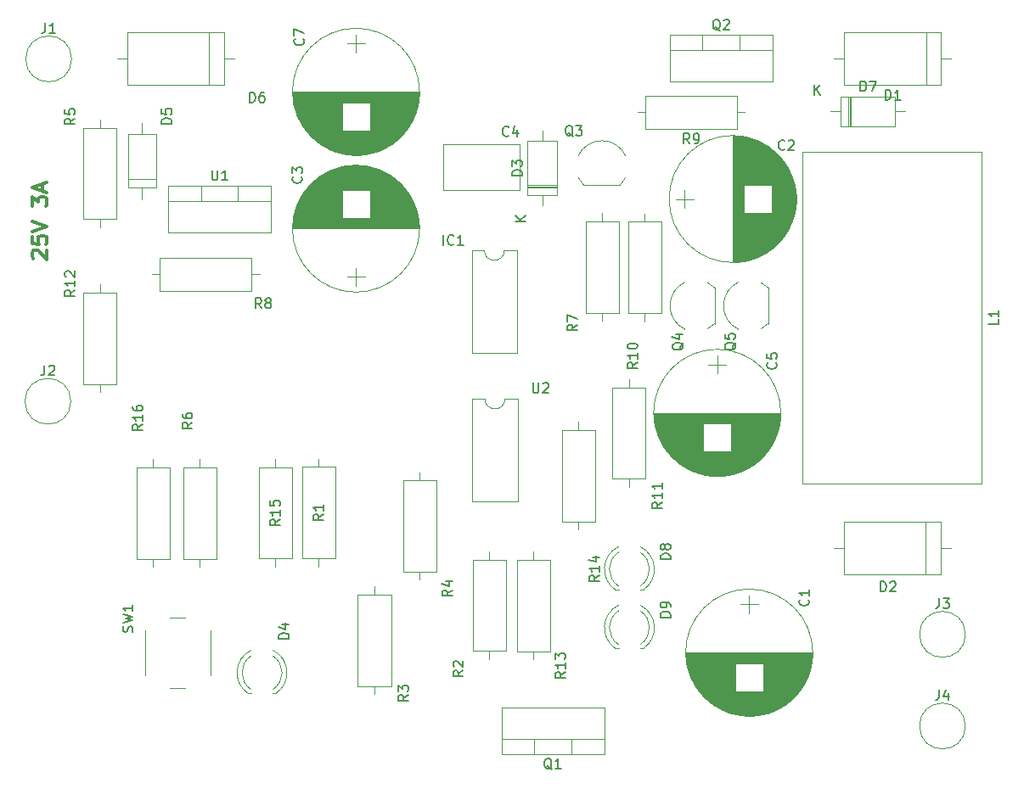
<source format=gbr>
%TF.GenerationSoftware,KiCad,Pcbnew,9.0.6*%
%TF.CreationDate,2025-11-25T19:24:48+09:00*%
%TF.ProjectId,12f675-mppt,31326636-3735-42d6-9d70-70742e6b6963,rev?*%
%TF.SameCoordinates,Original*%
%TF.FileFunction,Legend,Top*%
%TF.FilePolarity,Positive*%
%FSLAX46Y46*%
G04 Gerber Fmt 4.6, Leading zero omitted, Abs format (unit mm)*
G04 Created by KiCad (PCBNEW 9.0.6) date 2025-11-25 19:24:48*
%MOMM*%
%LPD*%
G01*
G04 APERTURE LIST*
%ADD10C,0.300000*%
%ADD11C,0.150000*%
%ADD12C,0.120000*%
G04 APERTURE END LIST*
D10*
X34154745Y-61555164D02*
X34083317Y-61483736D01*
X34083317Y-61483736D02*
X34011888Y-61340879D01*
X34011888Y-61340879D02*
X34011888Y-60983736D01*
X34011888Y-60983736D02*
X34083317Y-60840879D01*
X34083317Y-60840879D02*
X34154745Y-60769450D01*
X34154745Y-60769450D02*
X34297602Y-60698021D01*
X34297602Y-60698021D02*
X34440460Y-60698021D01*
X34440460Y-60698021D02*
X34654745Y-60769450D01*
X34654745Y-60769450D02*
X35511888Y-61626593D01*
X35511888Y-61626593D02*
X35511888Y-60698021D01*
X34011888Y-59340879D02*
X34011888Y-60055165D01*
X34011888Y-60055165D02*
X34726174Y-60126593D01*
X34726174Y-60126593D02*
X34654745Y-60055165D01*
X34654745Y-60055165D02*
X34583317Y-59912308D01*
X34583317Y-59912308D02*
X34583317Y-59555165D01*
X34583317Y-59555165D02*
X34654745Y-59412308D01*
X34654745Y-59412308D02*
X34726174Y-59340879D01*
X34726174Y-59340879D02*
X34869031Y-59269450D01*
X34869031Y-59269450D02*
X35226174Y-59269450D01*
X35226174Y-59269450D02*
X35369031Y-59340879D01*
X35369031Y-59340879D02*
X35440460Y-59412308D01*
X35440460Y-59412308D02*
X35511888Y-59555165D01*
X35511888Y-59555165D02*
X35511888Y-59912308D01*
X35511888Y-59912308D02*
X35440460Y-60055165D01*
X35440460Y-60055165D02*
X35369031Y-60126593D01*
X34011888Y-58840879D02*
X35511888Y-58340879D01*
X35511888Y-58340879D02*
X34011888Y-57840879D01*
X34011888Y-56340880D02*
X34011888Y-55412308D01*
X34011888Y-55412308D02*
X34583317Y-55912308D01*
X34583317Y-55912308D02*
X34583317Y-55698023D01*
X34583317Y-55698023D02*
X34654745Y-55555166D01*
X34654745Y-55555166D02*
X34726174Y-55483737D01*
X34726174Y-55483737D02*
X34869031Y-55412308D01*
X34869031Y-55412308D02*
X35226174Y-55412308D01*
X35226174Y-55412308D02*
X35369031Y-55483737D01*
X35369031Y-55483737D02*
X35440460Y-55555166D01*
X35440460Y-55555166D02*
X35511888Y-55698023D01*
X35511888Y-55698023D02*
X35511888Y-56126594D01*
X35511888Y-56126594D02*
X35440460Y-56269451D01*
X35440460Y-56269451D02*
X35369031Y-56340880D01*
X35083317Y-54840880D02*
X35083317Y-54126595D01*
X35511888Y-54983737D02*
X34011888Y-54483737D01*
X34011888Y-54483737D02*
X35511888Y-53983737D01*
D11*
X58722419Y-87576897D02*
X58246228Y-87910230D01*
X58722419Y-88148325D02*
X57722419Y-88148325D01*
X57722419Y-88148325D02*
X57722419Y-87767373D01*
X57722419Y-87767373D02*
X57770038Y-87672135D01*
X57770038Y-87672135D02*
X57817657Y-87624516D01*
X57817657Y-87624516D02*
X57912895Y-87576897D01*
X57912895Y-87576897D02*
X58055752Y-87576897D01*
X58055752Y-87576897D02*
X58150990Y-87624516D01*
X58150990Y-87624516D02*
X58198609Y-87672135D01*
X58198609Y-87672135D02*
X58246228Y-87767373D01*
X58246228Y-87767373D02*
X58246228Y-88148325D01*
X58722419Y-86624516D02*
X58722419Y-87195944D01*
X58722419Y-86910230D02*
X57722419Y-86910230D01*
X57722419Y-86910230D02*
X57865276Y-87005468D01*
X57865276Y-87005468D02*
X57960514Y-87100706D01*
X57960514Y-87100706D02*
X58008133Y-87195944D01*
X57722419Y-85719754D02*
X57722419Y-86195944D01*
X57722419Y-86195944D02*
X58198609Y-86243563D01*
X58198609Y-86243563D02*
X58150990Y-86195944D01*
X58150990Y-86195944D02*
X58103371Y-86100706D01*
X58103371Y-86100706D02*
X58103371Y-85862611D01*
X58103371Y-85862611D02*
X58150990Y-85767373D01*
X58150990Y-85767373D02*
X58198609Y-85719754D01*
X58198609Y-85719754D02*
X58293847Y-85672135D01*
X58293847Y-85672135D02*
X58531942Y-85672135D01*
X58531942Y-85672135D02*
X58627180Y-85719754D01*
X58627180Y-85719754D02*
X58674800Y-85767373D01*
X58674800Y-85767373D02*
X58722419Y-85862611D01*
X58722419Y-85862611D02*
X58722419Y-86100706D01*
X58722419Y-86100706D02*
X58674800Y-86195944D01*
X58674800Y-86195944D02*
X58627180Y-86243563D01*
X82871619Y-53265294D02*
X81871619Y-53265294D01*
X81871619Y-53265294D02*
X81871619Y-53027199D01*
X81871619Y-53027199D02*
X81919238Y-52884342D01*
X81919238Y-52884342D02*
X82014476Y-52789104D01*
X82014476Y-52789104D02*
X82109714Y-52741485D01*
X82109714Y-52741485D02*
X82300190Y-52693866D01*
X82300190Y-52693866D02*
X82443047Y-52693866D01*
X82443047Y-52693866D02*
X82633523Y-52741485D01*
X82633523Y-52741485D02*
X82728761Y-52789104D01*
X82728761Y-52789104D02*
X82824000Y-52884342D01*
X82824000Y-52884342D02*
X82871619Y-53027199D01*
X82871619Y-53027199D02*
X82871619Y-53265294D01*
X81871619Y-52360532D02*
X81871619Y-51741485D01*
X81871619Y-51741485D02*
X82252571Y-52074818D01*
X82252571Y-52074818D02*
X82252571Y-51931961D01*
X82252571Y-51931961D02*
X82300190Y-51836723D01*
X82300190Y-51836723D02*
X82347809Y-51789104D01*
X82347809Y-51789104D02*
X82443047Y-51741485D01*
X82443047Y-51741485D02*
X82681142Y-51741485D01*
X82681142Y-51741485D02*
X82776380Y-51789104D01*
X82776380Y-51789104D02*
X82824000Y-51836723D01*
X82824000Y-51836723D02*
X82871619Y-51931961D01*
X82871619Y-51931961D02*
X82871619Y-52217675D01*
X82871619Y-52217675D02*
X82824000Y-52312913D01*
X82824000Y-52312913D02*
X82776380Y-52360532D01*
X83241619Y-57869104D02*
X82241619Y-57869104D01*
X83241619Y-57297676D02*
X82670190Y-57726247D01*
X82241619Y-57297676D02*
X82813047Y-57869104D01*
X111408380Y-95569066D02*
X111456000Y-95616685D01*
X111456000Y-95616685D02*
X111503619Y-95759542D01*
X111503619Y-95759542D02*
X111503619Y-95854780D01*
X111503619Y-95854780D02*
X111456000Y-95997637D01*
X111456000Y-95997637D02*
X111360761Y-96092875D01*
X111360761Y-96092875D02*
X111265523Y-96140494D01*
X111265523Y-96140494D02*
X111075047Y-96188113D01*
X111075047Y-96188113D02*
X110932190Y-96188113D01*
X110932190Y-96188113D02*
X110741714Y-96140494D01*
X110741714Y-96140494D02*
X110646476Y-96092875D01*
X110646476Y-96092875D02*
X110551238Y-95997637D01*
X110551238Y-95997637D02*
X110503619Y-95854780D01*
X110503619Y-95854780D02*
X110503619Y-95759542D01*
X110503619Y-95759542D02*
X110551238Y-95616685D01*
X110551238Y-95616685D02*
X110598857Y-95569066D01*
X111503619Y-94616685D02*
X111503619Y-95188113D01*
X111503619Y-94902399D02*
X110503619Y-94902399D01*
X110503619Y-94902399D02*
X110646476Y-94997637D01*
X110646476Y-94997637D02*
X110741714Y-95092875D01*
X110741714Y-95092875D02*
X110789333Y-95188113D01*
X109063493Y-50631260D02*
X109015874Y-50678880D01*
X109015874Y-50678880D02*
X108873017Y-50726499D01*
X108873017Y-50726499D02*
X108777779Y-50726499D01*
X108777779Y-50726499D02*
X108634922Y-50678880D01*
X108634922Y-50678880D02*
X108539684Y-50583641D01*
X108539684Y-50583641D02*
X108492065Y-50488403D01*
X108492065Y-50488403D02*
X108444446Y-50297927D01*
X108444446Y-50297927D02*
X108444446Y-50155070D01*
X108444446Y-50155070D02*
X108492065Y-49964594D01*
X108492065Y-49964594D02*
X108539684Y-49869356D01*
X108539684Y-49869356D02*
X108634922Y-49774118D01*
X108634922Y-49774118D02*
X108777779Y-49726499D01*
X108777779Y-49726499D02*
X108873017Y-49726499D01*
X108873017Y-49726499D02*
X109015874Y-49774118D01*
X109015874Y-49774118D02*
X109063493Y-49821737D01*
X109444446Y-49821737D02*
X109492065Y-49774118D01*
X109492065Y-49774118D02*
X109587303Y-49726499D01*
X109587303Y-49726499D02*
X109825398Y-49726499D01*
X109825398Y-49726499D02*
X109920636Y-49774118D01*
X109920636Y-49774118D02*
X109968255Y-49821737D01*
X109968255Y-49821737D02*
X110015874Y-49916975D01*
X110015874Y-49916975D02*
X110015874Y-50012213D01*
X110015874Y-50012213D02*
X109968255Y-50155070D01*
X109968255Y-50155070D02*
X109396827Y-50726499D01*
X109396827Y-50726499D02*
X110015874Y-50726499D01*
X60847140Y-53389826D02*
X60894760Y-53437445D01*
X60894760Y-53437445D02*
X60942379Y-53580302D01*
X60942379Y-53580302D02*
X60942379Y-53675540D01*
X60942379Y-53675540D02*
X60894760Y-53818397D01*
X60894760Y-53818397D02*
X60799521Y-53913635D01*
X60799521Y-53913635D02*
X60704283Y-53961254D01*
X60704283Y-53961254D02*
X60513807Y-54008873D01*
X60513807Y-54008873D02*
X60370950Y-54008873D01*
X60370950Y-54008873D02*
X60180474Y-53961254D01*
X60180474Y-53961254D02*
X60085236Y-53913635D01*
X60085236Y-53913635D02*
X59989998Y-53818397D01*
X59989998Y-53818397D02*
X59942379Y-53675540D01*
X59942379Y-53675540D02*
X59942379Y-53580302D01*
X59942379Y-53580302D02*
X59989998Y-53437445D01*
X59989998Y-53437445D02*
X60037617Y-53389826D01*
X59942379Y-53056492D02*
X59942379Y-52437445D01*
X59942379Y-52437445D02*
X60323331Y-52770778D01*
X60323331Y-52770778D02*
X60323331Y-52627921D01*
X60323331Y-52627921D02*
X60370950Y-52532683D01*
X60370950Y-52532683D02*
X60418569Y-52485064D01*
X60418569Y-52485064D02*
X60513807Y-52437445D01*
X60513807Y-52437445D02*
X60751902Y-52437445D01*
X60751902Y-52437445D02*
X60847140Y-52485064D01*
X60847140Y-52485064D02*
X60894760Y-52532683D01*
X60894760Y-52532683D02*
X60942379Y-52627921D01*
X60942379Y-52627921D02*
X60942379Y-52913635D01*
X60942379Y-52913635D02*
X60894760Y-53008873D01*
X60894760Y-53008873D02*
X60847140Y-53056492D01*
X81534973Y-49264740D02*
X81487354Y-49312360D01*
X81487354Y-49312360D02*
X81344497Y-49359979D01*
X81344497Y-49359979D02*
X81249259Y-49359979D01*
X81249259Y-49359979D02*
X81106402Y-49312360D01*
X81106402Y-49312360D02*
X81011164Y-49217121D01*
X81011164Y-49217121D02*
X80963545Y-49121883D01*
X80963545Y-49121883D02*
X80915926Y-48931407D01*
X80915926Y-48931407D02*
X80915926Y-48788550D01*
X80915926Y-48788550D02*
X80963545Y-48598074D01*
X80963545Y-48598074D02*
X81011164Y-48502836D01*
X81011164Y-48502836D02*
X81106402Y-48407598D01*
X81106402Y-48407598D02*
X81249259Y-48359979D01*
X81249259Y-48359979D02*
X81344497Y-48359979D01*
X81344497Y-48359979D02*
X81487354Y-48407598D01*
X81487354Y-48407598D02*
X81534973Y-48455217D01*
X82392116Y-48693312D02*
X82392116Y-49359979D01*
X82154021Y-48312360D02*
X81915926Y-49026645D01*
X81915926Y-49026645D02*
X82534973Y-49026645D01*
X61050340Y-39628106D02*
X61097960Y-39675725D01*
X61097960Y-39675725D02*
X61145579Y-39818582D01*
X61145579Y-39818582D02*
X61145579Y-39913820D01*
X61145579Y-39913820D02*
X61097960Y-40056677D01*
X61097960Y-40056677D02*
X61002721Y-40151915D01*
X61002721Y-40151915D02*
X60907483Y-40199534D01*
X60907483Y-40199534D02*
X60717007Y-40247153D01*
X60717007Y-40247153D02*
X60574150Y-40247153D01*
X60574150Y-40247153D02*
X60383674Y-40199534D01*
X60383674Y-40199534D02*
X60288436Y-40151915D01*
X60288436Y-40151915D02*
X60193198Y-40056677D01*
X60193198Y-40056677D02*
X60145579Y-39913820D01*
X60145579Y-39913820D02*
X60145579Y-39818582D01*
X60145579Y-39818582D02*
X60193198Y-39675725D01*
X60193198Y-39675725D02*
X60240817Y-39628106D01*
X60145579Y-39294772D02*
X60145579Y-38628106D01*
X60145579Y-38628106D02*
X61145579Y-39056677D01*
X119083865Y-45709859D02*
X119083865Y-44709859D01*
X119083865Y-44709859D02*
X119321960Y-44709859D01*
X119321960Y-44709859D02*
X119464817Y-44757478D01*
X119464817Y-44757478D02*
X119560055Y-44852716D01*
X119560055Y-44852716D02*
X119607674Y-44947954D01*
X119607674Y-44947954D02*
X119655293Y-45138430D01*
X119655293Y-45138430D02*
X119655293Y-45281287D01*
X119655293Y-45281287D02*
X119607674Y-45471763D01*
X119607674Y-45471763D02*
X119560055Y-45567001D01*
X119560055Y-45567001D02*
X119464817Y-45662240D01*
X119464817Y-45662240D02*
X119321960Y-45709859D01*
X119321960Y-45709859D02*
X119083865Y-45709859D01*
X120607674Y-45709859D02*
X120036246Y-45709859D01*
X120321960Y-45709859D02*
X120321960Y-44709859D01*
X120321960Y-44709859D02*
X120226722Y-44852716D01*
X120226722Y-44852716D02*
X120131484Y-44947954D01*
X120131484Y-44947954D02*
X120036246Y-44995573D01*
X118611425Y-94790419D02*
X118611425Y-93790419D01*
X118611425Y-93790419D02*
X118849520Y-93790419D01*
X118849520Y-93790419D02*
X118992377Y-93838038D01*
X118992377Y-93838038D02*
X119087615Y-93933276D01*
X119087615Y-93933276D02*
X119135234Y-94028514D01*
X119135234Y-94028514D02*
X119182853Y-94218990D01*
X119182853Y-94218990D02*
X119182853Y-94361847D01*
X119182853Y-94361847D02*
X119135234Y-94552323D01*
X119135234Y-94552323D02*
X119087615Y-94647561D01*
X119087615Y-94647561D02*
X118992377Y-94742800D01*
X118992377Y-94742800D02*
X118849520Y-94790419D01*
X118849520Y-94790419D02*
X118611425Y-94790419D01*
X119563806Y-93885657D02*
X119611425Y-93838038D01*
X119611425Y-93838038D02*
X119706663Y-93790419D01*
X119706663Y-93790419D02*
X119944758Y-93790419D01*
X119944758Y-93790419D02*
X120039996Y-93838038D01*
X120039996Y-93838038D02*
X120087615Y-93885657D01*
X120087615Y-93885657D02*
X120135234Y-93980895D01*
X120135234Y-93980895D02*
X120135234Y-94076133D01*
X120135234Y-94076133D02*
X120087615Y-94218990D01*
X120087615Y-94218990D02*
X119516187Y-94790419D01*
X119516187Y-94790419D02*
X120135234Y-94790419D01*
X59621579Y-99503454D02*
X58621579Y-99503454D01*
X58621579Y-99503454D02*
X58621579Y-99265359D01*
X58621579Y-99265359D02*
X58669198Y-99122502D01*
X58669198Y-99122502D02*
X58764436Y-99027264D01*
X58764436Y-99027264D02*
X58859674Y-98979645D01*
X58859674Y-98979645D02*
X59050150Y-98932026D01*
X59050150Y-98932026D02*
X59193007Y-98932026D01*
X59193007Y-98932026D02*
X59383483Y-98979645D01*
X59383483Y-98979645D02*
X59478721Y-99027264D01*
X59478721Y-99027264D02*
X59573960Y-99122502D01*
X59573960Y-99122502D02*
X59621579Y-99265359D01*
X59621579Y-99265359D02*
X59621579Y-99503454D01*
X58954912Y-98074883D02*
X59621579Y-98074883D01*
X58573960Y-98312978D02*
X59288245Y-98551073D01*
X59288245Y-98551073D02*
X59288245Y-97932026D01*
X47927419Y-48098934D02*
X46927419Y-48098934D01*
X46927419Y-48098934D02*
X46927419Y-47860839D01*
X46927419Y-47860839D02*
X46975038Y-47717982D01*
X46975038Y-47717982D02*
X47070276Y-47622744D01*
X47070276Y-47622744D02*
X47165514Y-47575125D01*
X47165514Y-47575125D02*
X47355990Y-47527506D01*
X47355990Y-47527506D02*
X47498847Y-47527506D01*
X47498847Y-47527506D02*
X47689323Y-47575125D01*
X47689323Y-47575125D02*
X47784561Y-47622744D01*
X47784561Y-47622744D02*
X47879800Y-47717982D01*
X47879800Y-47717982D02*
X47927419Y-47860839D01*
X47927419Y-47860839D02*
X47927419Y-48098934D01*
X46927419Y-46622744D02*
X46927419Y-47098934D01*
X46927419Y-47098934D02*
X47403609Y-47146553D01*
X47403609Y-47146553D02*
X47355990Y-47098934D01*
X47355990Y-47098934D02*
X47308371Y-47003696D01*
X47308371Y-47003696D02*
X47308371Y-46765601D01*
X47308371Y-46765601D02*
X47355990Y-46670363D01*
X47355990Y-46670363D02*
X47403609Y-46622744D01*
X47403609Y-46622744D02*
X47498847Y-46575125D01*
X47498847Y-46575125D02*
X47736942Y-46575125D01*
X47736942Y-46575125D02*
X47832180Y-46622744D01*
X47832180Y-46622744D02*
X47879800Y-46670363D01*
X47879800Y-46670363D02*
X47927419Y-46765601D01*
X47927419Y-46765601D02*
X47927419Y-47003696D01*
X47927419Y-47003696D02*
X47879800Y-47098934D01*
X47879800Y-47098934D02*
X47832180Y-47146553D01*
X55695625Y-45966539D02*
X55695625Y-44966539D01*
X55695625Y-44966539D02*
X55933720Y-44966539D01*
X55933720Y-44966539D02*
X56076577Y-45014158D01*
X56076577Y-45014158D02*
X56171815Y-45109396D01*
X56171815Y-45109396D02*
X56219434Y-45204634D01*
X56219434Y-45204634D02*
X56267053Y-45395110D01*
X56267053Y-45395110D02*
X56267053Y-45537967D01*
X56267053Y-45537967D02*
X56219434Y-45728443D01*
X56219434Y-45728443D02*
X56171815Y-45823681D01*
X56171815Y-45823681D02*
X56076577Y-45918920D01*
X56076577Y-45918920D02*
X55933720Y-45966539D01*
X55933720Y-45966539D02*
X55695625Y-45966539D01*
X57124196Y-44966539D02*
X56933720Y-44966539D01*
X56933720Y-44966539D02*
X56838482Y-45014158D01*
X56838482Y-45014158D02*
X56790863Y-45061777D01*
X56790863Y-45061777D02*
X56695625Y-45204634D01*
X56695625Y-45204634D02*
X56648006Y-45395110D01*
X56648006Y-45395110D02*
X56648006Y-45776062D01*
X56648006Y-45776062D02*
X56695625Y-45871300D01*
X56695625Y-45871300D02*
X56743244Y-45918920D01*
X56743244Y-45918920D02*
X56838482Y-45966539D01*
X56838482Y-45966539D02*
X57028958Y-45966539D01*
X57028958Y-45966539D02*
X57124196Y-45918920D01*
X57124196Y-45918920D02*
X57171815Y-45871300D01*
X57171815Y-45871300D02*
X57219434Y-45776062D01*
X57219434Y-45776062D02*
X57219434Y-45537967D01*
X57219434Y-45537967D02*
X57171815Y-45442729D01*
X57171815Y-45442729D02*
X57124196Y-45395110D01*
X57124196Y-45395110D02*
X57028958Y-45347491D01*
X57028958Y-45347491D02*
X56838482Y-45347491D01*
X56838482Y-45347491D02*
X56743244Y-45395110D01*
X56743244Y-45395110D02*
X56695625Y-45442729D01*
X56695625Y-45442729D02*
X56648006Y-45537967D01*
X97665699Y-91563414D02*
X96665699Y-91563414D01*
X96665699Y-91563414D02*
X96665699Y-91325319D01*
X96665699Y-91325319D02*
X96713318Y-91182462D01*
X96713318Y-91182462D02*
X96808556Y-91087224D01*
X96808556Y-91087224D02*
X96903794Y-91039605D01*
X96903794Y-91039605D02*
X97094270Y-90991986D01*
X97094270Y-90991986D02*
X97237127Y-90991986D01*
X97237127Y-90991986D02*
X97427603Y-91039605D01*
X97427603Y-91039605D02*
X97522841Y-91087224D01*
X97522841Y-91087224D02*
X97618080Y-91182462D01*
X97618080Y-91182462D02*
X97665699Y-91325319D01*
X97665699Y-91325319D02*
X97665699Y-91563414D01*
X97094270Y-90420557D02*
X97046651Y-90515795D01*
X97046651Y-90515795D02*
X96999032Y-90563414D01*
X96999032Y-90563414D02*
X96903794Y-90611033D01*
X96903794Y-90611033D02*
X96856175Y-90611033D01*
X96856175Y-90611033D02*
X96760937Y-90563414D01*
X96760937Y-90563414D02*
X96713318Y-90515795D01*
X96713318Y-90515795D02*
X96665699Y-90420557D01*
X96665699Y-90420557D02*
X96665699Y-90230081D01*
X96665699Y-90230081D02*
X96713318Y-90134843D01*
X96713318Y-90134843D02*
X96760937Y-90087224D01*
X96760937Y-90087224D02*
X96856175Y-90039605D01*
X96856175Y-90039605D02*
X96903794Y-90039605D01*
X96903794Y-90039605D02*
X96999032Y-90087224D01*
X96999032Y-90087224D02*
X97046651Y-90134843D01*
X97046651Y-90134843D02*
X97094270Y-90230081D01*
X97094270Y-90230081D02*
X97094270Y-90420557D01*
X97094270Y-90420557D02*
X97141889Y-90515795D01*
X97141889Y-90515795D02*
X97189508Y-90563414D01*
X97189508Y-90563414D02*
X97284746Y-90611033D01*
X97284746Y-90611033D02*
X97475222Y-90611033D01*
X97475222Y-90611033D02*
X97570460Y-90563414D01*
X97570460Y-90563414D02*
X97618080Y-90515795D01*
X97618080Y-90515795D02*
X97665699Y-90420557D01*
X97665699Y-90420557D02*
X97665699Y-90230081D01*
X97665699Y-90230081D02*
X97618080Y-90134843D01*
X97618080Y-90134843D02*
X97570460Y-90087224D01*
X97570460Y-90087224D02*
X97475222Y-90039605D01*
X97475222Y-90039605D02*
X97284746Y-90039605D01*
X97284746Y-90039605D02*
X97189508Y-90087224D01*
X97189508Y-90087224D02*
X97141889Y-90134843D01*
X97141889Y-90134843D02*
X97094270Y-90230081D01*
X97665699Y-97354614D02*
X96665699Y-97354614D01*
X96665699Y-97354614D02*
X96665699Y-97116519D01*
X96665699Y-97116519D02*
X96713318Y-96973662D01*
X96713318Y-96973662D02*
X96808556Y-96878424D01*
X96808556Y-96878424D02*
X96903794Y-96830805D01*
X96903794Y-96830805D02*
X97094270Y-96783186D01*
X97094270Y-96783186D02*
X97237127Y-96783186D01*
X97237127Y-96783186D02*
X97427603Y-96830805D01*
X97427603Y-96830805D02*
X97522841Y-96878424D01*
X97522841Y-96878424D02*
X97618080Y-96973662D01*
X97618080Y-96973662D02*
X97665699Y-97116519D01*
X97665699Y-97116519D02*
X97665699Y-97354614D01*
X97665699Y-96306995D02*
X97665699Y-96116519D01*
X97665699Y-96116519D02*
X97618080Y-96021281D01*
X97618080Y-96021281D02*
X97570460Y-95973662D01*
X97570460Y-95973662D02*
X97427603Y-95878424D01*
X97427603Y-95878424D02*
X97237127Y-95830805D01*
X97237127Y-95830805D02*
X96856175Y-95830805D01*
X96856175Y-95830805D02*
X96760937Y-95878424D01*
X96760937Y-95878424D02*
X96713318Y-95926043D01*
X96713318Y-95926043D02*
X96665699Y-96021281D01*
X96665699Y-96021281D02*
X96665699Y-96211757D01*
X96665699Y-96211757D02*
X96713318Y-96306995D01*
X96713318Y-96306995D02*
X96760937Y-96354614D01*
X96760937Y-96354614D02*
X96856175Y-96402233D01*
X96856175Y-96402233D02*
X97094270Y-96402233D01*
X97094270Y-96402233D02*
X97189508Y-96354614D01*
X97189508Y-96354614D02*
X97237127Y-96306995D01*
X97237127Y-96306995D02*
X97284746Y-96211757D01*
X97284746Y-96211757D02*
X97284746Y-96021281D01*
X97284746Y-96021281D02*
X97237127Y-95926043D01*
X97237127Y-95926043D02*
X97189508Y-95878424D01*
X97189508Y-95878424D02*
X97094270Y-95830805D01*
X75010450Y-60195619D02*
X75010450Y-59195619D01*
X76058068Y-60100380D02*
X76010449Y-60148000D01*
X76010449Y-60148000D02*
X75867592Y-60195619D01*
X75867592Y-60195619D02*
X75772354Y-60195619D01*
X75772354Y-60195619D02*
X75629497Y-60148000D01*
X75629497Y-60148000D02*
X75534259Y-60052761D01*
X75534259Y-60052761D02*
X75486640Y-59957523D01*
X75486640Y-59957523D02*
X75439021Y-59767047D01*
X75439021Y-59767047D02*
X75439021Y-59624190D01*
X75439021Y-59624190D02*
X75486640Y-59433714D01*
X75486640Y-59433714D02*
X75534259Y-59338476D01*
X75534259Y-59338476D02*
X75629497Y-59243238D01*
X75629497Y-59243238D02*
X75772354Y-59195619D01*
X75772354Y-59195619D02*
X75867592Y-59195619D01*
X75867592Y-59195619D02*
X76010449Y-59243238D01*
X76010449Y-59243238D02*
X76058068Y-59290857D01*
X77010449Y-60195619D02*
X76439021Y-60195619D01*
X76724735Y-60195619D02*
X76724735Y-59195619D01*
X76724735Y-59195619D02*
X76629497Y-59338476D01*
X76629497Y-59338476D02*
X76534259Y-59433714D01*
X76534259Y-59433714D02*
X76439021Y-59481333D01*
X130405659Y-67613826D02*
X130405659Y-68090016D01*
X130405659Y-68090016D02*
X129405659Y-68090016D01*
X130405659Y-66756683D02*
X130405659Y-67328111D01*
X130405659Y-67042397D02*
X129405659Y-67042397D01*
X129405659Y-67042397D02*
X129548516Y-67137635D01*
X129548516Y-67137635D02*
X129643754Y-67232873D01*
X129643754Y-67232873D02*
X129691373Y-67328111D01*
X85838041Y-112541697D02*
X85742803Y-112494078D01*
X85742803Y-112494078D02*
X85647565Y-112398840D01*
X85647565Y-112398840D02*
X85504708Y-112255982D01*
X85504708Y-112255982D02*
X85409470Y-112208363D01*
X85409470Y-112208363D02*
X85314232Y-112208363D01*
X85361851Y-112446459D02*
X85266613Y-112398840D01*
X85266613Y-112398840D02*
X85171375Y-112303601D01*
X85171375Y-112303601D02*
X85123756Y-112113125D01*
X85123756Y-112113125D02*
X85123756Y-111779792D01*
X85123756Y-111779792D02*
X85171375Y-111589316D01*
X85171375Y-111589316D02*
X85266613Y-111494078D01*
X85266613Y-111494078D02*
X85361851Y-111446459D01*
X85361851Y-111446459D02*
X85552327Y-111446459D01*
X85552327Y-111446459D02*
X85647565Y-111494078D01*
X85647565Y-111494078D02*
X85742803Y-111589316D01*
X85742803Y-111589316D02*
X85790422Y-111779792D01*
X85790422Y-111779792D02*
X85790422Y-112113125D01*
X85790422Y-112113125D02*
X85742803Y-112303601D01*
X85742803Y-112303601D02*
X85647565Y-112398840D01*
X85647565Y-112398840D02*
X85552327Y-112446459D01*
X85552327Y-112446459D02*
X85361851Y-112446459D01*
X86742803Y-112446459D02*
X86171375Y-112446459D01*
X86457089Y-112446459D02*
X86457089Y-111446459D01*
X86457089Y-111446459D02*
X86361851Y-111589316D01*
X86361851Y-111589316D02*
X86266613Y-111684554D01*
X86266613Y-111684554D02*
X86171375Y-111732173D01*
X102627441Y-38809577D02*
X102532203Y-38761958D01*
X102532203Y-38761958D02*
X102436965Y-38666720D01*
X102436965Y-38666720D02*
X102294108Y-38523862D01*
X102294108Y-38523862D02*
X102198870Y-38476243D01*
X102198870Y-38476243D02*
X102103632Y-38476243D01*
X102151251Y-38714339D02*
X102056013Y-38666720D01*
X102056013Y-38666720D02*
X101960775Y-38571481D01*
X101960775Y-38571481D02*
X101913156Y-38381005D01*
X101913156Y-38381005D02*
X101913156Y-38047672D01*
X101913156Y-38047672D02*
X101960775Y-37857196D01*
X101960775Y-37857196D02*
X102056013Y-37761958D01*
X102056013Y-37761958D02*
X102151251Y-37714339D01*
X102151251Y-37714339D02*
X102341727Y-37714339D01*
X102341727Y-37714339D02*
X102436965Y-37761958D01*
X102436965Y-37761958D02*
X102532203Y-37857196D01*
X102532203Y-37857196D02*
X102579822Y-38047672D01*
X102579822Y-38047672D02*
X102579822Y-38381005D01*
X102579822Y-38381005D02*
X102532203Y-38571481D01*
X102532203Y-38571481D02*
X102436965Y-38666720D01*
X102436965Y-38666720D02*
X102341727Y-38714339D01*
X102341727Y-38714339D02*
X102151251Y-38714339D01*
X102960775Y-37809577D02*
X103008394Y-37761958D01*
X103008394Y-37761958D02*
X103103632Y-37714339D01*
X103103632Y-37714339D02*
X103341727Y-37714339D01*
X103341727Y-37714339D02*
X103436965Y-37761958D01*
X103436965Y-37761958D02*
X103484584Y-37809577D01*
X103484584Y-37809577D02*
X103532203Y-37904815D01*
X103532203Y-37904815D02*
X103532203Y-38000053D01*
X103532203Y-38000053D02*
X103484584Y-38142910D01*
X103484584Y-38142910D02*
X102913156Y-38714339D01*
X102913156Y-38714339D02*
X103532203Y-38714339D01*
X87946241Y-49380097D02*
X87851003Y-49332478D01*
X87851003Y-49332478D02*
X87755765Y-49237240D01*
X87755765Y-49237240D02*
X87612908Y-49094382D01*
X87612908Y-49094382D02*
X87517670Y-49046763D01*
X87517670Y-49046763D02*
X87422432Y-49046763D01*
X87470051Y-49284859D02*
X87374813Y-49237240D01*
X87374813Y-49237240D02*
X87279575Y-49142001D01*
X87279575Y-49142001D02*
X87231956Y-48951525D01*
X87231956Y-48951525D02*
X87231956Y-48618192D01*
X87231956Y-48618192D02*
X87279575Y-48427716D01*
X87279575Y-48427716D02*
X87374813Y-48332478D01*
X87374813Y-48332478D02*
X87470051Y-48284859D01*
X87470051Y-48284859D02*
X87660527Y-48284859D01*
X87660527Y-48284859D02*
X87755765Y-48332478D01*
X87755765Y-48332478D02*
X87851003Y-48427716D01*
X87851003Y-48427716D02*
X87898622Y-48618192D01*
X87898622Y-48618192D02*
X87898622Y-48951525D01*
X87898622Y-48951525D02*
X87851003Y-49142001D01*
X87851003Y-49142001D02*
X87755765Y-49237240D01*
X87755765Y-49237240D02*
X87660527Y-49284859D01*
X87660527Y-49284859D02*
X87470051Y-49284859D01*
X88231956Y-48284859D02*
X88851003Y-48284859D01*
X88851003Y-48284859D02*
X88517670Y-48665811D01*
X88517670Y-48665811D02*
X88660527Y-48665811D01*
X88660527Y-48665811D02*
X88755765Y-48713430D01*
X88755765Y-48713430D02*
X88803384Y-48761049D01*
X88803384Y-48761049D02*
X88851003Y-48856287D01*
X88851003Y-48856287D02*
X88851003Y-49094382D01*
X88851003Y-49094382D02*
X88803384Y-49189620D01*
X88803384Y-49189620D02*
X88755765Y-49237240D01*
X88755765Y-49237240D02*
X88660527Y-49284859D01*
X88660527Y-49284859D02*
X88374813Y-49284859D01*
X88374813Y-49284859D02*
X88279575Y-49237240D01*
X88279575Y-49237240D02*
X88231956Y-49189620D01*
X98959817Y-69950318D02*
X98912198Y-70045556D01*
X98912198Y-70045556D02*
X98816960Y-70140794D01*
X98816960Y-70140794D02*
X98674102Y-70283651D01*
X98674102Y-70283651D02*
X98626483Y-70378889D01*
X98626483Y-70378889D02*
X98626483Y-70474127D01*
X98864579Y-70426508D02*
X98816960Y-70521746D01*
X98816960Y-70521746D02*
X98721721Y-70616984D01*
X98721721Y-70616984D02*
X98531245Y-70664603D01*
X98531245Y-70664603D02*
X98197912Y-70664603D01*
X98197912Y-70664603D02*
X98007436Y-70616984D01*
X98007436Y-70616984D02*
X97912198Y-70521746D01*
X97912198Y-70521746D02*
X97864579Y-70426508D01*
X97864579Y-70426508D02*
X97864579Y-70236032D01*
X97864579Y-70236032D02*
X97912198Y-70140794D01*
X97912198Y-70140794D02*
X98007436Y-70045556D01*
X98007436Y-70045556D02*
X98197912Y-69997937D01*
X98197912Y-69997937D02*
X98531245Y-69997937D01*
X98531245Y-69997937D02*
X98721721Y-70045556D01*
X98721721Y-70045556D02*
X98816960Y-70140794D01*
X98816960Y-70140794D02*
X98864579Y-70236032D01*
X98864579Y-70236032D02*
X98864579Y-70426508D01*
X98197912Y-69140794D02*
X98864579Y-69140794D01*
X97816960Y-69378889D02*
X98531245Y-69616984D01*
X98531245Y-69616984D02*
X98531245Y-68997937D01*
X104197297Y-69950318D02*
X104149678Y-70045556D01*
X104149678Y-70045556D02*
X104054440Y-70140794D01*
X104054440Y-70140794D02*
X103911582Y-70283651D01*
X103911582Y-70283651D02*
X103863963Y-70378889D01*
X103863963Y-70378889D02*
X103863963Y-70474127D01*
X104102059Y-70426508D02*
X104054440Y-70521746D01*
X104054440Y-70521746D02*
X103959201Y-70616984D01*
X103959201Y-70616984D02*
X103768725Y-70664603D01*
X103768725Y-70664603D02*
X103435392Y-70664603D01*
X103435392Y-70664603D02*
X103244916Y-70616984D01*
X103244916Y-70616984D02*
X103149678Y-70521746D01*
X103149678Y-70521746D02*
X103102059Y-70426508D01*
X103102059Y-70426508D02*
X103102059Y-70236032D01*
X103102059Y-70236032D02*
X103149678Y-70140794D01*
X103149678Y-70140794D02*
X103244916Y-70045556D01*
X103244916Y-70045556D02*
X103435392Y-69997937D01*
X103435392Y-69997937D02*
X103768725Y-69997937D01*
X103768725Y-69997937D02*
X103959201Y-70045556D01*
X103959201Y-70045556D02*
X104054440Y-70140794D01*
X104054440Y-70140794D02*
X104102059Y-70236032D01*
X104102059Y-70236032D02*
X104102059Y-70426508D01*
X103102059Y-69093175D02*
X103102059Y-69569365D01*
X103102059Y-69569365D02*
X103578249Y-69616984D01*
X103578249Y-69616984D02*
X103530630Y-69569365D01*
X103530630Y-69569365D02*
X103483011Y-69474127D01*
X103483011Y-69474127D02*
X103483011Y-69236032D01*
X103483011Y-69236032D02*
X103530630Y-69140794D01*
X103530630Y-69140794D02*
X103578249Y-69093175D01*
X103578249Y-69093175D02*
X103673487Y-69045556D01*
X103673487Y-69045556D02*
X103911582Y-69045556D01*
X103911582Y-69045556D02*
X104006820Y-69093175D01*
X104006820Y-69093175D02*
X104054440Y-69140794D01*
X104054440Y-69140794D02*
X104102059Y-69236032D01*
X104102059Y-69236032D02*
X104102059Y-69474127D01*
X104102059Y-69474127D02*
X104054440Y-69569365D01*
X104054440Y-69569365D02*
X104006820Y-69616984D01*
X63035339Y-87080386D02*
X62559148Y-87413719D01*
X63035339Y-87651814D02*
X62035339Y-87651814D01*
X62035339Y-87651814D02*
X62035339Y-87270862D01*
X62035339Y-87270862D02*
X62082958Y-87175624D01*
X62082958Y-87175624D02*
X62130577Y-87128005D01*
X62130577Y-87128005D02*
X62225815Y-87080386D01*
X62225815Y-87080386D02*
X62368672Y-87080386D01*
X62368672Y-87080386D02*
X62463910Y-87128005D01*
X62463910Y-87128005D02*
X62511529Y-87175624D01*
X62511529Y-87175624D02*
X62559148Y-87270862D01*
X62559148Y-87270862D02*
X62559148Y-87651814D01*
X63035339Y-86128005D02*
X63035339Y-86699433D01*
X63035339Y-86413719D02*
X62035339Y-86413719D01*
X62035339Y-86413719D02*
X62178196Y-86508957D01*
X62178196Y-86508957D02*
X62273434Y-86604195D01*
X62273434Y-86604195D02*
X62321053Y-86699433D01*
X76985019Y-102670906D02*
X76508828Y-103004239D01*
X76985019Y-103242334D02*
X75985019Y-103242334D01*
X75985019Y-103242334D02*
X75985019Y-102861382D01*
X75985019Y-102861382D02*
X76032638Y-102766144D01*
X76032638Y-102766144D02*
X76080257Y-102718525D01*
X76080257Y-102718525D02*
X76175495Y-102670906D01*
X76175495Y-102670906D02*
X76318352Y-102670906D01*
X76318352Y-102670906D02*
X76413590Y-102718525D01*
X76413590Y-102718525D02*
X76461209Y-102766144D01*
X76461209Y-102766144D02*
X76508828Y-102861382D01*
X76508828Y-102861382D02*
X76508828Y-103242334D01*
X76080257Y-102289953D02*
X76032638Y-102242334D01*
X76032638Y-102242334D02*
X75985019Y-102147096D01*
X75985019Y-102147096D02*
X75985019Y-101909001D01*
X75985019Y-101909001D02*
X76032638Y-101813763D01*
X76032638Y-101813763D02*
X76080257Y-101766144D01*
X76080257Y-101766144D02*
X76175495Y-101718525D01*
X76175495Y-101718525D02*
X76270733Y-101718525D01*
X76270733Y-101718525D02*
X76413590Y-101766144D01*
X76413590Y-101766144D02*
X76985019Y-102337572D01*
X76985019Y-102337572D02*
X76985019Y-101718525D01*
X71524019Y-105099146D02*
X71047828Y-105432479D01*
X71524019Y-105670574D02*
X70524019Y-105670574D01*
X70524019Y-105670574D02*
X70524019Y-105289622D01*
X70524019Y-105289622D02*
X70571638Y-105194384D01*
X70571638Y-105194384D02*
X70619257Y-105146765D01*
X70619257Y-105146765D02*
X70714495Y-105099146D01*
X70714495Y-105099146D02*
X70857352Y-105099146D01*
X70857352Y-105099146D02*
X70952590Y-105146765D01*
X70952590Y-105146765D02*
X71000209Y-105194384D01*
X71000209Y-105194384D02*
X71047828Y-105289622D01*
X71047828Y-105289622D02*
X71047828Y-105670574D01*
X70524019Y-104765812D02*
X70524019Y-104146765D01*
X70524019Y-104146765D02*
X70904971Y-104480098D01*
X70904971Y-104480098D02*
X70904971Y-104337241D01*
X70904971Y-104337241D02*
X70952590Y-104242003D01*
X70952590Y-104242003D02*
X71000209Y-104194384D01*
X71000209Y-104194384D02*
X71095447Y-104146765D01*
X71095447Y-104146765D02*
X71333542Y-104146765D01*
X71333542Y-104146765D02*
X71428780Y-104194384D01*
X71428780Y-104194384D02*
X71476400Y-104242003D01*
X71476400Y-104242003D02*
X71524019Y-104337241D01*
X71524019Y-104337241D02*
X71524019Y-104622955D01*
X71524019Y-104622955D02*
X71476400Y-104718193D01*
X71476400Y-104718193D02*
X71428780Y-104765812D01*
X75908059Y-94639426D02*
X75431868Y-94972759D01*
X75908059Y-95210854D02*
X74908059Y-95210854D01*
X74908059Y-95210854D02*
X74908059Y-94829902D01*
X74908059Y-94829902D02*
X74955678Y-94734664D01*
X74955678Y-94734664D02*
X75003297Y-94687045D01*
X75003297Y-94687045D02*
X75098535Y-94639426D01*
X75098535Y-94639426D02*
X75241392Y-94639426D01*
X75241392Y-94639426D02*
X75336630Y-94687045D01*
X75336630Y-94687045D02*
X75384249Y-94734664D01*
X75384249Y-94734664D02*
X75431868Y-94829902D01*
X75431868Y-94829902D02*
X75431868Y-95210854D01*
X75241392Y-93782283D02*
X75908059Y-93782283D01*
X74860440Y-94020378D02*
X75574725Y-94258473D01*
X75574725Y-94258473D02*
X75574725Y-93639426D01*
X38285579Y-47563066D02*
X37809388Y-47896399D01*
X38285579Y-48134494D02*
X37285579Y-48134494D01*
X37285579Y-48134494D02*
X37285579Y-47753542D01*
X37285579Y-47753542D02*
X37333198Y-47658304D01*
X37333198Y-47658304D02*
X37380817Y-47610685D01*
X37380817Y-47610685D02*
X37476055Y-47563066D01*
X37476055Y-47563066D02*
X37618912Y-47563066D01*
X37618912Y-47563066D02*
X37714150Y-47610685D01*
X37714150Y-47610685D02*
X37761769Y-47658304D01*
X37761769Y-47658304D02*
X37809388Y-47753542D01*
X37809388Y-47753542D02*
X37809388Y-48134494D01*
X37285579Y-46658304D02*
X37285579Y-47134494D01*
X37285579Y-47134494D02*
X37761769Y-47182113D01*
X37761769Y-47182113D02*
X37714150Y-47134494D01*
X37714150Y-47134494D02*
X37666531Y-47039256D01*
X37666531Y-47039256D02*
X37666531Y-46801161D01*
X37666531Y-46801161D02*
X37714150Y-46705923D01*
X37714150Y-46705923D02*
X37761769Y-46658304D01*
X37761769Y-46658304D02*
X37857007Y-46610685D01*
X37857007Y-46610685D02*
X38095102Y-46610685D01*
X38095102Y-46610685D02*
X38190340Y-46658304D01*
X38190340Y-46658304D02*
X38237960Y-46705923D01*
X38237960Y-46705923D02*
X38285579Y-46801161D01*
X38285579Y-46801161D02*
X38285579Y-47039256D01*
X38285579Y-47039256D02*
X38237960Y-47134494D01*
X38237960Y-47134494D02*
X38190340Y-47182113D01*
X49984819Y-77895746D02*
X49508628Y-78229079D01*
X49984819Y-78467174D02*
X48984819Y-78467174D01*
X48984819Y-78467174D02*
X48984819Y-78086222D01*
X48984819Y-78086222D02*
X49032438Y-77990984D01*
X49032438Y-77990984D02*
X49080057Y-77943365D01*
X49080057Y-77943365D02*
X49175295Y-77895746D01*
X49175295Y-77895746D02*
X49318152Y-77895746D01*
X49318152Y-77895746D02*
X49413390Y-77943365D01*
X49413390Y-77943365D02*
X49461009Y-77990984D01*
X49461009Y-77990984D02*
X49508628Y-78086222D01*
X49508628Y-78086222D02*
X49508628Y-78467174D01*
X48984819Y-77038603D02*
X48984819Y-77229079D01*
X48984819Y-77229079D02*
X49032438Y-77324317D01*
X49032438Y-77324317D02*
X49080057Y-77371936D01*
X49080057Y-77371936D02*
X49222914Y-77467174D01*
X49222914Y-77467174D02*
X49413390Y-77514793D01*
X49413390Y-77514793D02*
X49794342Y-77514793D01*
X49794342Y-77514793D02*
X49889580Y-77467174D01*
X49889580Y-77467174D02*
X49937200Y-77419555D01*
X49937200Y-77419555D02*
X49984819Y-77324317D01*
X49984819Y-77324317D02*
X49984819Y-77133841D01*
X49984819Y-77133841D02*
X49937200Y-77038603D01*
X49937200Y-77038603D02*
X49889580Y-76990984D01*
X49889580Y-76990984D02*
X49794342Y-76943365D01*
X49794342Y-76943365D02*
X49556247Y-76943365D01*
X49556247Y-76943365D02*
X49461009Y-76990984D01*
X49461009Y-76990984D02*
X49413390Y-77038603D01*
X49413390Y-77038603D02*
X49365771Y-77133841D01*
X49365771Y-77133841D02*
X49365771Y-77324317D01*
X49365771Y-77324317D02*
X49413390Y-77419555D01*
X49413390Y-77419555D02*
X49461009Y-77467174D01*
X49461009Y-77467174D02*
X49556247Y-77514793D01*
X88374379Y-68152306D02*
X87898188Y-68485639D01*
X88374379Y-68723734D02*
X87374379Y-68723734D01*
X87374379Y-68723734D02*
X87374379Y-68342782D01*
X87374379Y-68342782D02*
X87421998Y-68247544D01*
X87421998Y-68247544D02*
X87469617Y-68199925D01*
X87469617Y-68199925D02*
X87564855Y-68152306D01*
X87564855Y-68152306D02*
X87707712Y-68152306D01*
X87707712Y-68152306D02*
X87802950Y-68199925D01*
X87802950Y-68199925D02*
X87850569Y-68247544D01*
X87850569Y-68247544D02*
X87898188Y-68342782D01*
X87898188Y-68342782D02*
X87898188Y-68723734D01*
X87374379Y-67818972D02*
X87374379Y-67152306D01*
X87374379Y-67152306D02*
X88374379Y-67580877D01*
X99568973Y-50079419D02*
X99235640Y-49603228D01*
X98997545Y-50079419D02*
X98997545Y-49079419D01*
X98997545Y-49079419D02*
X99378497Y-49079419D01*
X99378497Y-49079419D02*
X99473735Y-49127038D01*
X99473735Y-49127038D02*
X99521354Y-49174657D01*
X99521354Y-49174657D02*
X99568973Y-49269895D01*
X99568973Y-49269895D02*
X99568973Y-49412752D01*
X99568973Y-49412752D02*
X99521354Y-49507990D01*
X99521354Y-49507990D02*
X99473735Y-49555609D01*
X99473735Y-49555609D02*
X99378497Y-49603228D01*
X99378497Y-49603228D02*
X98997545Y-49603228D01*
X100045164Y-50079419D02*
X100235640Y-50079419D01*
X100235640Y-50079419D02*
X100330878Y-50031800D01*
X100330878Y-50031800D02*
X100378497Y-49984180D01*
X100378497Y-49984180D02*
X100473735Y-49841323D01*
X100473735Y-49841323D02*
X100521354Y-49650847D01*
X100521354Y-49650847D02*
X100521354Y-49269895D01*
X100521354Y-49269895D02*
X100473735Y-49174657D01*
X100473735Y-49174657D02*
X100426116Y-49127038D01*
X100426116Y-49127038D02*
X100330878Y-49079419D01*
X100330878Y-49079419D02*
X100140402Y-49079419D01*
X100140402Y-49079419D02*
X100045164Y-49127038D01*
X100045164Y-49127038D02*
X99997545Y-49174657D01*
X99997545Y-49174657D02*
X99949926Y-49269895D01*
X99949926Y-49269895D02*
X99949926Y-49507990D01*
X99949926Y-49507990D02*
X99997545Y-49603228D01*
X99997545Y-49603228D02*
X100045164Y-49650847D01*
X100045164Y-49650847D02*
X100140402Y-49698466D01*
X100140402Y-49698466D02*
X100330878Y-49698466D01*
X100330878Y-49698466D02*
X100426116Y-49650847D01*
X100426116Y-49650847D02*
X100473735Y-49603228D01*
X100473735Y-49603228D02*
X100521354Y-49507990D01*
X94368779Y-71905097D02*
X93892588Y-72238430D01*
X94368779Y-72476525D02*
X93368779Y-72476525D01*
X93368779Y-72476525D02*
X93368779Y-72095573D01*
X93368779Y-72095573D02*
X93416398Y-72000335D01*
X93416398Y-72000335D02*
X93464017Y-71952716D01*
X93464017Y-71952716D02*
X93559255Y-71905097D01*
X93559255Y-71905097D02*
X93702112Y-71905097D01*
X93702112Y-71905097D02*
X93797350Y-71952716D01*
X93797350Y-71952716D02*
X93844969Y-72000335D01*
X93844969Y-72000335D02*
X93892588Y-72095573D01*
X93892588Y-72095573D02*
X93892588Y-72476525D01*
X94368779Y-70952716D02*
X94368779Y-71524144D01*
X94368779Y-71238430D02*
X93368779Y-71238430D01*
X93368779Y-71238430D02*
X93511636Y-71333668D01*
X93511636Y-71333668D02*
X93606874Y-71428906D01*
X93606874Y-71428906D02*
X93654493Y-71524144D01*
X93368779Y-70333668D02*
X93368779Y-70238430D01*
X93368779Y-70238430D02*
X93416398Y-70143192D01*
X93416398Y-70143192D02*
X93464017Y-70095573D01*
X93464017Y-70095573D02*
X93559255Y-70047954D01*
X93559255Y-70047954D02*
X93749731Y-70000335D01*
X93749731Y-70000335D02*
X93987826Y-70000335D01*
X93987826Y-70000335D02*
X94178302Y-70047954D01*
X94178302Y-70047954D02*
X94273540Y-70095573D01*
X94273540Y-70095573D02*
X94321160Y-70143192D01*
X94321160Y-70143192D02*
X94368779Y-70238430D01*
X94368779Y-70238430D02*
X94368779Y-70333668D01*
X94368779Y-70333668D02*
X94321160Y-70428906D01*
X94321160Y-70428906D02*
X94273540Y-70476525D01*
X94273540Y-70476525D02*
X94178302Y-70524144D01*
X94178302Y-70524144D02*
X93987826Y-70571763D01*
X93987826Y-70571763D02*
X93749731Y-70571763D01*
X93749731Y-70571763D02*
X93559255Y-70524144D01*
X93559255Y-70524144D02*
X93464017Y-70476525D01*
X93464017Y-70476525D02*
X93416398Y-70428906D01*
X93416398Y-70428906D02*
X93368779Y-70333668D01*
X38285579Y-64696577D02*
X37809388Y-65029910D01*
X38285579Y-65268005D02*
X37285579Y-65268005D01*
X37285579Y-65268005D02*
X37285579Y-64887053D01*
X37285579Y-64887053D02*
X37333198Y-64791815D01*
X37333198Y-64791815D02*
X37380817Y-64744196D01*
X37380817Y-64744196D02*
X37476055Y-64696577D01*
X37476055Y-64696577D02*
X37618912Y-64696577D01*
X37618912Y-64696577D02*
X37714150Y-64744196D01*
X37714150Y-64744196D02*
X37761769Y-64791815D01*
X37761769Y-64791815D02*
X37809388Y-64887053D01*
X37809388Y-64887053D02*
X37809388Y-65268005D01*
X38285579Y-63744196D02*
X38285579Y-64315624D01*
X38285579Y-64029910D02*
X37285579Y-64029910D01*
X37285579Y-64029910D02*
X37428436Y-64125148D01*
X37428436Y-64125148D02*
X37523674Y-64220386D01*
X37523674Y-64220386D02*
X37571293Y-64315624D01*
X37380817Y-63363243D02*
X37333198Y-63315624D01*
X37333198Y-63315624D02*
X37285579Y-63220386D01*
X37285579Y-63220386D02*
X37285579Y-62982291D01*
X37285579Y-62982291D02*
X37333198Y-62887053D01*
X37333198Y-62887053D02*
X37380817Y-62839434D01*
X37380817Y-62839434D02*
X37476055Y-62791815D01*
X37476055Y-62791815D02*
X37571293Y-62791815D01*
X37571293Y-62791815D02*
X37714150Y-62839434D01*
X37714150Y-62839434D02*
X38285579Y-63410862D01*
X38285579Y-63410862D02*
X38285579Y-62791815D01*
X87175499Y-102811817D02*
X86699308Y-103145150D01*
X87175499Y-103383245D02*
X86175499Y-103383245D01*
X86175499Y-103383245D02*
X86175499Y-103002293D01*
X86175499Y-103002293D02*
X86223118Y-102907055D01*
X86223118Y-102907055D02*
X86270737Y-102859436D01*
X86270737Y-102859436D02*
X86365975Y-102811817D01*
X86365975Y-102811817D02*
X86508832Y-102811817D01*
X86508832Y-102811817D02*
X86604070Y-102859436D01*
X86604070Y-102859436D02*
X86651689Y-102907055D01*
X86651689Y-102907055D02*
X86699308Y-103002293D01*
X86699308Y-103002293D02*
X86699308Y-103383245D01*
X87175499Y-101859436D02*
X87175499Y-102430864D01*
X87175499Y-102145150D02*
X86175499Y-102145150D01*
X86175499Y-102145150D02*
X86318356Y-102240388D01*
X86318356Y-102240388D02*
X86413594Y-102335626D01*
X86413594Y-102335626D02*
X86461213Y-102430864D01*
X86175499Y-101526102D02*
X86175499Y-100907055D01*
X86175499Y-100907055D02*
X86556451Y-101240388D01*
X86556451Y-101240388D02*
X86556451Y-101097531D01*
X86556451Y-101097531D02*
X86604070Y-101002293D01*
X86604070Y-101002293D02*
X86651689Y-100954674D01*
X86651689Y-100954674D02*
X86746927Y-100907055D01*
X86746927Y-100907055D02*
X86985022Y-100907055D01*
X86985022Y-100907055D02*
X87080260Y-100954674D01*
X87080260Y-100954674D02*
X87127880Y-101002293D01*
X87127880Y-101002293D02*
X87175499Y-101097531D01*
X87175499Y-101097531D02*
X87175499Y-101383245D01*
X87175499Y-101383245D02*
X87127880Y-101478483D01*
X87127880Y-101478483D02*
X87080260Y-101526102D01*
X90558779Y-93175057D02*
X90082588Y-93508390D01*
X90558779Y-93746485D02*
X89558779Y-93746485D01*
X89558779Y-93746485D02*
X89558779Y-93365533D01*
X89558779Y-93365533D02*
X89606398Y-93270295D01*
X89606398Y-93270295D02*
X89654017Y-93222676D01*
X89654017Y-93222676D02*
X89749255Y-93175057D01*
X89749255Y-93175057D02*
X89892112Y-93175057D01*
X89892112Y-93175057D02*
X89987350Y-93222676D01*
X89987350Y-93222676D02*
X90034969Y-93270295D01*
X90034969Y-93270295D02*
X90082588Y-93365533D01*
X90082588Y-93365533D02*
X90082588Y-93746485D01*
X90558779Y-92222676D02*
X90558779Y-92794104D01*
X90558779Y-92508390D02*
X89558779Y-92508390D01*
X89558779Y-92508390D02*
X89701636Y-92603628D01*
X89701636Y-92603628D02*
X89796874Y-92698866D01*
X89796874Y-92698866D02*
X89844493Y-92794104D01*
X89892112Y-91365533D02*
X90558779Y-91365533D01*
X89511160Y-91603628D02*
X90225445Y-91841723D01*
X90225445Y-91841723D02*
X90225445Y-91222676D01*
X45036899Y-78087457D02*
X44560708Y-78420790D01*
X45036899Y-78658885D02*
X44036899Y-78658885D01*
X44036899Y-78658885D02*
X44036899Y-78277933D01*
X44036899Y-78277933D02*
X44084518Y-78182695D01*
X44084518Y-78182695D02*
X44132137Y-78135076D01*
X44132137Y-78135076D02*
X44227375Y-78087457D01*
X44227375Y-78087457D02*
X44370232Y-78087457D01*
X44370232Y-78087457D02*
X44465470Y-78135076D01*
X44465470Y-78135076D02*
X44513089Y-78182695D01*
X44513089Y-78182695D02*
X44560708Y-78277933D01*
X44560708Y-78277933D02*
X44560708Y-78658885D01*
X45036899Y-77135076D02*
X45036899Y-77706504D01*
X45036899Y-77420790D02*
X44036899Y-77420790D01*
X44036899Y-77420790D02*
X44179756Y-77516028D01*
X44179756Y-77516028D02*
X44274994Y-77611266D01*
X44274994Y-77611266D02*
X44322613Y-77706504D01*
X44036899Y-76277933D02*
X44036899Y-76468409D01*
X44036899Y-76468409D02*
X44084518Y-76563647D01*
X44084518Y-76563647D02*
X44132137Y-76611266D01*
X44132137Y-76611266D02*
X44274994Y-76706504D01*
X44274994Y-76706504D02*
X44465470Y-76754123D01*
X44465470Y-76754123D02*
X44846422Y-76754123D01*
X44846422Y-76754123D02*
X44941660Y-76706504D01*
X44941660Y-76706504D02*
X44989280Y-76658885D01*
X44989280Y-76658885D02*
X45036899Y-76563647D01*
X45036899Y-76563647D02*
X45036899Y-76373171D01*
X45036899Y-76373171D02*
X44989280Y-76277933D01*
X44989280Y-76277933D02*
X44941660Y-76230314D01*
X44941660Y-76230314D02*
X44846422Y-76182695D01*
X44846422Y-76182695D02*
X44608327Y-76182695D01*
X44608327Y-76182695D02*
X44513089Y-76230314D01*
X44513089Y-76230314D02*
X44465470Y-76277933D01*
X44465470Y-76277933D02*
X44417851Y-76373171D01*
X44417851Y-76373171D02*
X44417851Y-76563647D01*
X44417851Y-76563647D02*
X44465470Y-76658885D01*
X44465470Y-76658885D02*
X44513089Y-76706504D01*
X44513089Y-76706504D02*
X44608327Y-76754123D01*
X44013920Y-98818532D02*
X44061539Y-98675675D01*
X44061539Y-98675675D02*
X44061539Y-98437580D01*
X44061539Y-98437580D02*
X44013920Y-98342342D01*
X44013920Y-98342342D02*
X43966300Y-98294723D01*
X43966300Y-98294723D02*
X43871062Y-98247104D01*
X43871062Y-98247104D02*
X43775824Y-98247104D01*
X43775824Y-98247104D02*
X43680586Y-98294723D01*
X43680586Y-98294723D02*
X43632967Y-98342342D01*
X43632967Y-98342342D02*
X43585348Y-98437580D01*
X43585348Y-98437580D02*
X43537729Y-98628056D01*
X43537729Y-98628056D02*
X43490110Y-98723294D01*
X43490110Y-98723294D02*
X43442491Y-98770913D01*
X43442491Y-98770913D02*
X43347253Y-98818532D01*
X43347253Y-98818532D02*
X43252015Y-98818532D01*
X43252015Y-98818532D02*
X43156777Y-98770913D01*
X43156777Y-98770913D02*
X43109158Y-98723294D01*
X43109158Y-98723294D02*
X43061539Y-98628056D01*
X43061539Y-98628056D02*
X43061539Y-98389961D01*
X43061539Y-98389961D02*
X43109158Y-98247104D01*
X43061539Y-97913770D02*
X44061539Y-97675675D01*
X44061539Y-97675675D02*
X43347253Y-97485199D01*
X43347253Y-97485199D02*
X44061539Y-97294723D01*
X44061539Y-97294723D02*
X43061539Y-97056628D01*
X44061539Y-96151866D02*
X44061539Y-96723294D01*
X44061539Y-96437580D02*
X43061539Y-96437580D01*
X43061539Y-96437580D02*
X43204396Y-96532818D01*
X43204396Y-96532818D02*
X43299634Y-96628056D01*
X43299634Y-96628056D02*
X43347253Y-96723294D01*
X83947095Y-73963179D02*
X83947095Y-74772702D01*
X83947095Y-74772702D02*
X83994714Y-74867940D01*
X83994714Y-74867940D02*
X84042333Y-74915560D01*
X84042333Y-74915560D02*
X84137571Y-74963179D01*
X84137571Y-74963179D02*
X84328047Y-74963179D01*
X84328047Y-74963179D02*
X84423285Y-74915560D01*
X84423285Y-74915560D02*
X84470904Y-74867940D01*
X84470904Y-74867940D02*
X84518523Y-74772702D01*
X84518523Y-74772702D02*
X84518523Y-73963179D01*
X84947095Y-74058417D02*
X84994714Y-74010798D01*
X84994714Y-74010798D02*
X85089952Y-73963179D01*
X85089952Y-73963179D02*
X85328047Y-73963179D01*
X85328047Y-73963179D02*
X85423285Y-74010798D01*
X85423285Y-74010798D02*
X85470904Y-74058417D01*
X85470904Y-74058417D02*
X85518523Y-74153655D01*
X85518523Y-74153655D02*
X85518523Y-74248893D01*
X85518523Y-74248893D02*
X85470904Y-74391750D01*
X85470904Y-74391750D02*
X84899476Y-74963179D01*
X84899476Y-74963179D02*
X85518523Y-74963179D01*
X108182580Y-71941986D02*
X108230200Y-71989605D01*
X108230200Y-71989605D02*
X108277819Y-72132462D01*
X108277819Y-72132462D02*
X108277819Y-72227700D01*
X108277819Y-72227700D02*
X108230200Y-72370557D01*
X108230200Y-72370557D02*
X108134961Y-72465795D01*
X108134961Y-72465795D02*
X108039723Y-72513414D01*
X108039723Y-72513414D02*
X107849247Y-72561033D01*
X107849247Y-72561033D02*
X107706390Y-72561033D01*
X107706390Y-72561033D02*
X107515914Y-72513414D01*
X107515914Y-72513414D02*
X107420676Y-72465795D01*
X107420676Y-72465795D02*
X107325438Y-72370557D01*
X107325438Y-72370557D02*
X107277819Y-72227700D01*
X107277819Y-72227700D02*
X107277819Y-72132462D01*
X107277819Y-72132462D02*
X107325438Y-71989605D01*
X107325438Y-71989605D02*
X107373057Y-71941986D01*
X107277819Y-71037224D02*
X107277819Y-71513414D01*
X107277819Y-71513414D02*
X107754009Y-71561033D01*
X107754009Y-71561033D02*
X107706390Y-71513414D01*
X107706390Y-71513414D02*
X107658771Y-71418176D01*
X107658771Y-71418176D02*
X107658771Y-71180081D01*
X107658771Y-71180081D02*
X107706390Y-71084843D01*
X107706390Y-71084843D02*
X107754009Y-71037224D01*
X107754009Y-71037224D02*
X107849247Y-70989605D01*
X107849247Y-70989605D02*
X108087342Y-70989605D01*
X108087342Y-70989605D02*
X108182580Y-71037224D01*
X108182580Y-71037224D02*
X108230200Y-71084843D01*
X108230200Y-71084843D02*
X108277819Y-71180081D01*
X108277819Y-71180081D02*
X108277819Y-71418176D01*
X108277819Y-71418176D02*
X108230200Y-71513414D01*
X108230200Y-71513414D02*
X108182580Y-71561033D01*
X56881733Y-66510059D02*
X56548400Y-66033868D01*
X56310305Y-66510059D02*
X56310305Y-65510059D01*
X56310305Y-65510059D02*
X56691257Y-65510059D01*
X56691257Y-65510059D02*
X56786495Y-65557678D01*
X56786495Y-65557678D02*
X56834114Y-65605297D01*
X56834114Y-65605297D02*
X56881733Y-65700535D01*
X56881733Y-65700535D02*
X56881733Y-65843392D01*
X56881733Y-65843392D02*
X56834114Y-65938630D01*
X56834114Y-65938630D02*
X56786495Y-65986249D01*
X56786495Y-65986249D02*
X56691257Y-66033868D01*
X56691257Y-66033868D02*
X56310305Y-66033868D01*
X57453162Y-65938630D02*
X57357924Y-65891011D01*
X57357924Y-65891011D02*
X57310305Y-65843392D01*
X57310305Y-65843392D02*
X57262686Y-65748154D01*
X57262686Y-65748154D02*
X57262686Y-65700535D01*
X57262686Y-65700535D02*
X57310305Y-65605297D01*
X57310305Y-65605297D02*
X57357924Y-65557678D01*
X57357924Y-65557678D02*
X57453162Y-65510059D01*
X57453162Y-65510059D02*
X57643638Y-65510059D01*
X57643638Y-65510059D02*
X57738876Y-65557678D01*
X57738876Y-65557678D02*
X57786495Y-65605297D01*
X57786495Y-65605297D02*
X57834114Y-65700535D01*
X57834114Y-65700535D02*
X57834114Y-65748154D01*
X57834114Y-65748154D02*
X57786495Y-65843392D01*
X57786495Y-65843392D02*
X57738876Y-65891011D01*
X57738876Y-65891011D02*
X57643638Y-65938630D01*
X57643638Y-65938630D02*
X57453162Y-65938630D01*
X57453162Y-65938630D02*
X57357924Y-65986249D01*
X57357924Y-65986249D02*
X57310305Y-66033868D01*
X57310305Y-66033868D02*
X57262686Y-66129106D01*
X57262686Y-66129106D02*
X57262686Y-66319582D01*
X57262686Y-66319582D02*
X57310305Y-66414820D01*
X57310305Y-66414820D02*
X57357924Y-66462440D01*
X57357924Y-66462440D02*
X57453162Y-66510059D01*
X57453162Y-66510059D02*
X57643638Y-66510059D01*
X57643638Y-66510059D02*
X57738876Y-66462440D01*
X57738876Y-66462440D02*
X57786495Y-66414820D01*
X57786495Y-66414820D02*
X57834114Y-66319582D01*
X57834114Y-66319582D02*
X57834114Y-66129106D01*
X57834114Y-66129106D02*
X57786495Y-66033868D01*
X57786495Y-66033868D02*
X57738876Y-65986249D01*
X57738876Y-65986249D02*
X57643638Y-65938630D01*
X51943095Y-52730819D02*
X51943095Y-53540342D01*
X51943095Y-53540342D02*
X51990714Y-53635580D01*
X51990714Y-53635580D02*
X52038333Y-53683200D01*
X52038333Y-53683200D02*
X52133571Y-53730819D01*
X52133571Y-53730819D02*
X52324047Y-53730819D01*
X52324047Y-53730819D02*
X52419285Y-53683200D01*
X52419285Y-53683200D02*
X52466904Y-53635580D01*
X52466904Y-53635580D02*
X52514523Y-53540342D01*
X52514523Y-53540342D02*
X52514523Y-52730819D01*
X53514523Y-53730819D02*
X52943095Y-53730819D01*
X53228809Y-53730819D02*
X53228809Y-52730819D01*
X53228809Y-52730819D02*
X53133571Y-52873676D01*
X53133571Y-52873676D02*
X53038333Y-52968914D01*
X53038333Y-52968914D02*
X52943095Y-53016533D01*
X35333346Y-38037419D02*
X35333346Y-38751704D01*
X35333346Y-38751704D02*
X35285727Y-38894561D01*
X35285727Y-38894561D02*
X35190489Y-38989800D01*
X35190489Y-38989800D02*
X35047632Y-39037419D01*
X35047632Y-39037419D02*
X34952394Y-39037419D01*
X36333346Y-39037419D02*
X35761918Y-39037419D01*
X36047632Y-39037419D02*
X36047632Y-38037419D01*
X36047632Y-38037419D02*
X35952394Y-38180276D01*
X35952394Y-38180276D02*
X35857156Y-38275514D01*
X35857156Y-38275514D02*
X35761918Y-38323133D01*
X35257146Y-72205499D02*
X35257146Y-72919784D01*
X35257146Y-72919784D02*
X35209527Y-73062641D01*
X35209527Y-73062641D02*
X35114289Y-73157880D01*
X35114289Y-73157880D02*
X34971432Y-73205499D01*
X34971432Y-73205499D02*
X34876194Y-73205499D01*
X35685718Y-72300737D02*
X35733337Y-72253118D01*
X35733337Y-72253118D02*
X35828575Y-72205499D01*
X35828575Y-72205499D02*
X36066670Y-72205499D01*
X36066670Y-72205499D02*
X36161908Y-72253118D01*
X36161908Y-72253118D02*
X36209527Y-72300737D01*
X36209527Y-72300737D02*
X36257146Y-72395975D01*
X36257146Y-72395975D02*
X36257146Y-72491213D01*
X36257146Y-72491213D02*
X36209527Y-72634070D01*
X36209527Y-72634070D02*
X35638099Y-73205499D01*
X35638099Y-73205499D02*
X36257146Y-73205499D01*
X124456866Y-95461739D02*
X124456866Y-96176024D01*
X124456866Y-96176024D02*
X124409247Y-96318881D01*
X124409247Y-96318881D02*
X124314009Y-96414120D01*
X124314009Y-96414120D02*
X124171152Y-96461739D01*
X124171152Y-96461739D02*
X124075914Y-96461739D01*
X124837819Y-95461739D02*
X125456866Y-95461739D01*
X125456866Y-95461739D02*
X125123533Y-95842691D01*
X125123533Y-95842691D02*
X125266390Y-95842691D01*
X125266390Y-95842691D02*
X125361628Y-95890310D01*
X125361628Y-95890310D02*
X125409247Y-95937929D01*
X125409247Y-95937929D02*
X125456866Y-96033167D01*
X125456866Y-96033167D02*
X125456866Y-96271262D01*
X125456866Y-96271262D02*
X125409247Y-96366500D01*
X125409247Y-96366500D02*
X125361628Y-96414120D01*
X125361628Y-96414120D02*
X125266390Y-96461739D01*
X125266390Y-96461739D02*
X124980676Y-96461739D01*
X124980676Y-96461739D02*
X124885438Y-96414120D01*
X124885438Y-96414120D02*
X124837819Y-96366500D01*
X124456866Y-104610819D02*
X124456866Y-105325104D01*
X124456866Y-105325104D02*
X124409247Y-105467961D01*
X124409247Y-105467961D02*
X124314009Y-105563200D01*
X124314009Y-105563200D02*
X124171152Y-105610819D01*
X124171152Y-105610819D02*
X124075914Y-105610819D01*
X125361628Y-104944152D02*
X125361628Y-105610819D01*
X125123533Y-104563200D02*
X124885438Y-105277485D01*
X124885438Y-105277485D02*
X125504485Y-105277485D01*
X96817339Y-85870017D02*
X96341148Y-86203350D01*
X96817339Y-86441445D02*
X95817339Y-86441445D01*
X95817339Y-86441445D02*
X95817339Y-86060493D01*
X95817339Y-86060493D02*
X95864958Y-85965255D01*
X95864958Y-85965255D02*
X95912577Y-85917636D01*
X95912577Y-85917636D02*
X96007815Y-85870017D01*
X96007815Y-85870017D02*
X96150672Y-85870017D01*
X96150672Y-85870017D02*
X96245910Y-85917636D01*
X96245910Y-85917636D02*
X96293529Y-85965255D01*
X96293529Y-85965255D02*
X96341148Y-86060493D01*
X96341148Y-86060493D02*
X96341148Y-86441445D01*
X96817339Y-84917636D02*
X96817339Y-85489064D01*
X96817339Y-85203350D02*
X95817339Y-85203350D01*
X95817339Y-85203350D02*
X95960196Y-85298588D01*
X95960196Y-85298588D02*
X96055434Y-85393826D01*
X96055434Y-85393826D02*
X96103053Y-85489064D01*
X96817339Y-83965255D02*
X96817339Y-84536683D01*
X96817339Y-84250969D02*
X95817339Y-84250969D01*
X95817339Y-84250969D02*
X95960196Y-84346207D01*
X95960196Y-84346207D02*
X96055434Y-84441445D01*
X96055434Y-84441445D02*
X96103053Y-84536683D01*
X116609905Y-44847819D02*
X116609905Y-43847819D01*
X116609905Y-43847819D02*
X116848000Y-43847819D01*
X116848000Y-43847819D02*
X116990857Y-43895438D01*
X116990857Y-43895438D02*
X117086095Y-43990676D01*
X117086095Y-43990676D02*
X117133714Y-44085914D01*
X117133714Y-44085914D02*
X117181333Y-44276390D01*
X117181333Y-44276390D02*
X117181333Y-44419247D01*
X117181333Y-44419247D02*
X117133714Y-44609723D01*
X117133714Y-44609723D02*
X117086095Y-44704961D01*
X117086095Y-44704961D02*
X116990857Y-44800200D01*
X116990857Y-44800200D02*
X116848000Y-44847819D01*
X116848000Y-44847819D02*
X116609905Y-44847819D01*
X117514667Y-43847819D02*
X118181333Y-43847819D01*
X118181333Y-43847819D02*
X117752762Y-44847819D01*
X112006095Y-45217819D02*
X112006095Y-44217819D01*
X112577523Y-45217819D02*
X112148952Y-44646390D01*
X112577523Y-44217819D02*
X112006095Y-44789247D01*
D12*
X58267600Y-92304040D02*
X58267600Y-91494040D01*
X58267600Y-81564040D02*
X58267600Y-82374040D01*
X59927600Y-91494040D02*
X59927600Y-82374040D01*
X56607600Y-91494040D02*
X59927600Y-91494040D01*
X56607600Y-82374040D02*
X56607600Y-91494040D01*
X59927600Y-82374040D02*
X56607600Y-82374040D01*
X83416800Y-54467200D02*
X86356800Y-54467200D01*
X83416800Y-54227200D02*
X86356800Y-54227200D01*
X83416800Y-54347200D02*
X86356800Y-54347200D01*
X84886800Y-48787200D02*
X84886800Y-49807200D01*
X84886800Y-56267200D02*
X84886800Y-55247200D01*
X83416800Y-49807200D02*
X83416800Y-55247200D01*
X86356800Y-49807200D02*
X83416800Y-49807200D01*
X86356800Y-55247200D02*
X86356800Y-49807200D01*
X83416800Y-55247200D02*
X86356800Y-55247200D01*
X106416680Y-96074200D02*
X104616680Y-96074200D01*
X105516680Y-95174200D02*
X105516680Y-96974200D01*
X105980680Y-107195200D02*
X105052680Y-107195200D01*
X106347680Y-107155200D02*
X104685680Y-107155200D01*
X106598680Y-107115200D02*
X104434680Y-107115200D01*
X106801680Y-107075200D02*
X104231680Y-107075200D01*
X106976680Y-107035200D02*
X104056680Y-107035200D01*
X107132680Y-106995200D02*
X103900680Y-106995200D01*
X107273680Y-106955200D02*
X103759680Y-106955200D01*
X107404680Y-106915200D02*
X103628680Y-106915200D01*
X107525680Y-106875200D02*
X103507680Y-106875200D01*
X107638680Y-106835200D02*
X103394680Y-106835200D01*
X107746680Y-106795200D02*
X103286680Y-106795200D01*
X107847680Y-106755200D02*
X103185680Y-106755200D01*
X107944680Y-106715200D02*
X103088680Y-106715200D01*
X108037680Y-106675200D02*
X102995680Y-106675200D01*
X108126680Y-106635200D02*
X102906680Y-106635200D01*
X108211680Y-106595200D02*
X102821680Y-106595200D01*
X108293680Y-106555200D02*
X102739680Y-106555200D01*
X108372680Y-106515200D02*
X102660680Y-106515200D01*
X108449680Y-106475200D02*
X102583680Y-106475200D01*
X108523680Y-106435200D02*
X102509680Y-106435200D01*
X108595680Y-106395200D02*
X102437680Y-106395200D01*
X108665680Y-106355200D02*
X102367680Y-106355200D01*
X108733680Y-106315200D02*
X102299680Y-106315200D01*
X108798680Y-106275200D02*
X102234680Y-106275200D01*
X108863680Y-106235200D02*
X102169680Y-106235200D01*
X108925680Y-106195200D02*
X102107680Y-106195200D01*
X108986680Y-106155200D02*
X102046680Y-106155200D01*
X109046680Y-106115200D02*
X101986680Y-106115200D01*
X109104680Y-106075200D02*
X101928680Y-106075200D01*
X109160680Y-106035200D02*
X101872680Y-106035200D01*
X109216680Y-105995200D02*
X101816680Y-105995200D01*
X109270680Y-105955200D02*
X101762680Y-105955200D01*
X109323680Y-105915200D02*
X101709680Y-105915200D01*
X109375680Y-105875200D02*
X101657680Y-105875200D01*
X109425680Y-105835200D02*
X101607680Y-105835200D01*
X109475680Y-105795200D02*
X101557680Y-105795200D01*
X109524680Y-105755200D02*
X101508680Y-105755200D01*
X109572680Y-105715200D02*
X101460680Y-105715200D01*
X109618680Y-105675200D02*
X101414680Y-105675200D01*
X109664680Y-105635200D02*
X101368680Y-105635200D01*
X109709680Y-105595200D02*
X101323680Y-105595200D01*
X109754680Y-105555200D02*
X101278680Y-105555200D01*
X109797680Y-105515200D02*
X101235680Y-105515200D01*
X109839680Y-105475200D02*
X101193680Y-105475200D01*
X109881680Y-105435200D02*
X101151680Y-105435200D01*
X109922680Y-105395200D02*
X101110680Y-105395200D01*
X109963680Y-105355200D02*
X101069680Y-105355200D01*
X110002680Y-105315200D02*
X101030680Y-105315200D01*
X110041680Y-105275200D02*
X100991680Y-105275200D01*
X110079680Y-105235200D02*
X100953680Y-105235200D01*
X110117680Y-105195200D02*
X100915680Y-105195200D01*
X110154680Y-105155200D02*
X100878680Y-105155200D01*
X110190680Y-105115200D02*
X100842680Y-105115200D01*
X110226680Y-105075200D02*
X100806680Y-105075200D01*
X110261680Y-105035200D02*
X100771680Y-105035200D01*
X110295680Y-104995200D02*
X100737680Y-104995200D01*
X110329680Y-104955200D02*
X100703680Y-104955200D01*
X110363680Y-104915200D02*
X100669680Y-104915200D01*
X110395680Y-104875200D02*
X100637680Y-104875200D01*
X110428680Y-104835200D02*
X100604680Y-104835200D01*
X110459680Y-104795200D02*
X100573680Y-104795200D01*
X110491680Y-104755200D02*
X100541680Y-104755200D01*
X104136680Y-104715200D02*
X100511680Y-104715200D01*
X110521680Y-104715200D02*
X106896680Y-104715200D01*
X104136680Y-104675200D02*
X100481680Y-104675200D01*
X110551680Y-104675200D02*
X106896680Y-104675200D01*
X104136680Y-104635200D02*
X100451680Y-104635200D01*
X110581680Y-104635200D02*
X106896680Y-104635200D01*
X104136680Y-104595200D02*
X100422680Y-104595200D01*
X110610680Y-104595200D02*
X106896680Y-104595200D01*
X104136680Y-104555200D02*
X100393680Y-104555200D01*
X110639680Y-104555200D02*
X106896680Y-104555200D01*
X104136680Y-104515200D02*
X100365680Y-104515200D01*
X110667680Y-104515200D02*
X106896680Y-104515200D01*
X104136680Y-104475200D02*
X100337680Y-104475200D01*
X110695680Y-104475200D02*
X106896680Y-104475200D01*
X104136680Y-104435200D02*
X100309680Y-104435200D01*
X110723680Y-104435200D02*
X106896680Y-104435200D01*
X104136680Y-104395200D02*
X100282680Y-104395200D01*
X110750680Y-104395200D02*
X106896680Y-104395200D01*
X104136680Y-104355200D02*
X100256680Y-104355200D01*
X110776680Y-104355200D02*
X106896680Y-104355200D01*
X104136680Y-104315200D02*
X100230680Y-104315200D01*
X110802680Y-104315200D02*
X106896680Y-104315200D01*
X104136680Y-104275200D02*
X100204680Y-104275200D01*
X110828680Y-104275200D02*
X106896680Y-104275200D01*
X104136680Y-104235200D02*
X100179680Y-104235200D01*
X110853680Y-104235200D02*
X106896680Y-104235200D01*
X104136680Y-104195200D02*
X100154680Y-104195200D01*
X110878680Y-104195200D02*
X106896680Y-104195200D01*
X104136680Y-104155200D02*
X100130680Y-104155200D01*
X110902680Y-104155200D02*
X106896680Y-104155200D01*
X104136680Y-104115200D02*
X100106680Y-104115200D01*
X110926680Y-104115200D02*
X106896680Y-104115200D01*
X104136680Y-104075200D02*
X100082680Y-104075200D01*
X110950680Y-104075200D02*
X106896680Y-104075200D01*
X104136680Y-104035200D02*
X100059680Y-104035200D01*
X110973680Y-104035200D02*
X106896680Y-104035200D01*
X104136680Y-103995200D02*
X100036680Y-103995200D01*
X110996680Y-103995200D02*
X106896680Y-103995200D01*
X104136680Y-103955200D02*
X100014680Y-103955200D01*
X111018680Y-103955200D02*
X106896680Y-103955200D01*
X104136680Y-103915200D02*
X99992680Y-103915200D01*
X111040680Y-103915200D02*
X106896680Y-103915200D01*
X104136680Y-103875200D02*
X99970680Y-103875200D01*
X111062680Y-103875200D02*
X106896680Y-103875200D01*
X104136680Y-103835200D02*
X99949680Y-103835200D01*
X111083680Y-103835200D02*
X106896680Y-103835200D01*
X104136680Y-103795200D02*
X99928680Y-103795200D01*
X111104680Y-103795200D02*
X106896680Y-103795200D01*
X104136680Y-103755200D02*
X99907680Y-103755200D01*
X111125680Y-103755200D02*
X106896680Y-103755200D01*
X104136680Y-103715200D02*
X99887680Y-103715200D01*
X111145680Y-103715200D02*
X106896680Y-103715200D01*
X104136680Y-103675200D02*
X99867680Y-103675200D01*
X111165680Y-103675200D02*
X106896680Y-103675200D01*
X104136680Y-103635200D02*
X99848680Y-103635200D01*
X111184680Y-103635200D02*
X106896680Y-103635200D01*
X104136680Y-103595200D02*
X99829680Y-103595200D01*
X111203680Y-103595200D02*
X106896680Y-103595200D01*
X104136680Y-103555200D02*
X99810680Y-103555200D01*
X111222680Y-103555200D02*
X106896680Y-103555200D01*
X104136680Y-103515200D02*
X99791680Y-103515200D01*
X111241680Y-103515200D02*
X106896680Y-103515200D01*
X104136680Y-103475200D02*
X99773680Y-103475200D01*
X111259680Y-103475200D02*
X106896680Y-103475200D01*
X104136680Y-103435200D02*
X99755680Y-103435200D01*
X111277680Y-103435200D02*
X106896680Y-103435200D01*
X104136680Y-103395200D02*
X99738680Y-103395200D01*
X111294680Y-103395200D02*
X106896680Y-103395200D01*
X104136680Y-103355200D02*
X99721680Y-103355200D01*
X111311680Y-103355200D02*
X106896680Y-103355200D01*
X104136680Y-103315200D02*
X99704680Y-103315200D01*
X111328680Y-103315200D02*
X106896680Y-103315200D01*
X104136680Y-103275200D02*
X99687680Y-103275200D01*
X111345680Y-103275200D02*
X106896680Y-103275200D01*
X104136680Y-103235200D02*
X99671680Y-103235200D01*
X111361680Y-103235200D02*
X106896680Y-103235200D01*
X104136680Y-103195200D02*
X99655680Y-103195200D01*
X111377680Y-103195200D02*
X106896680Y-103195200D01*
X104136680Y-103155200D02*
X99640680Y-103155200D01*
X111392680Y-103155200D02*
X106896680Y-103155200D01*
X104136680Y-103115200D02*
X99624680Y-103115200D01*
X111408680Y-103115200D02*
X106896680Y-103115200D01*
X104136680Y-103075200D02*
X99609680Y-103075200D01*
X111423680Y-103075200D02*
X106896680Y-103075200D01*
X104136680Y-103035200D02*
X99595680Y-103035200D01*
X111437680Y-103035200D02*
X106896680Y-103035200D01*
X104136680Y-102995200D02*
X99580680Y-102995200D01*
X111452680Y-102995200D02*
X106896680Y-102995200D01*
X104136680Y-102955200D02*
X99566680Y-102955200D01*
X111466680Y-102955200D02*
X106896680Y-102955200D01*
X104136680Y-102915200D02*
X99553680Y-102915200D01*
X111479680Y-102915200D02*
X106896680Y-102915200D01*
X104136680Y-102875200D02*
X99539680Y-102875200D01*
X111493680Y-102875200D02*
X106896680Y-102875200D01*
X104136680Y-102835200D02*
X99526680Y-102835200D01*
X111506680Y-102835200D02*
X106896680Y-102835200D01*
X104136680Y-102795200D02*
X99513680Y-102795200D01*
X111519680Y-102795200D02*
X106896680Y-102795200D01*
X104136680Y-102755200D02*
X99501680Y-102755200D01*
X111531680Y-102755200D02*
X106896680Y-102755200D01*
X104136680Y-102715200D02*
X99488680Y-102715200D01*
X111544680Y-102715200D02*
X106896680Y-102715200D01*
X104136680Y-102675200D02*
X99476680Y-102675200D01*
X111556680Y-102675200D02*
X106896680Y-102675200D01*
X104136680Y-102635200D02*
X99465680Y-102635200D01*
X111567680Y-102635200D02*
X106896680Y-102635200D01*
X104136680Y-102595200D02*
X99453680Y-102595200D01*
X111579680Y-102595200D02*
X106896680Y-102595200D01*
X104136680Y-102555200D02*
X99442680Y-102555200D01*
X111590680Y-102555200D02*
X106896680Y-102555200D01*
X104136680Y-102515200D02*
X99431680Y-102515200D01*
X111601680Y-102515200D02*
X106896680Y-102515200D01*
X104136680Y-102475200D02*
X99421680Y-102475200D01*
X111611680Y-102475200D02*
X106896680Y-102475200D01*
X104136680Y-102435200D02*
X99410680Y-102435200D01*
X111622680Y-102435200D02*
X106896680Y-102435200D01*
X104136680Y-102395200D02*
X99400680Y-102395200D01*
X111632680Y-102395200D02*
X106896680Y-102395200D01*
X104136680Y-102355200D02*
X99391680Y-102355200D01*
X111641680Y-102355200D02*
X106896680Y-102355200D01*
X104136680Y-102315200D02*
X99381680Y-102315200D01*
X111651680Y-102315200D02*
X106896680Y-102315200D01*
X104136680Y-102275200D02*
X99372680Y-102275200D01*
X111660680Y-102275200D02*
X106896680Y-102275200D01*
X104136680Y-102235200D02*
X99363680Y-102235200D01*
X111669680Y-102235200D02*
X106896680Y-102235200D01*
X104136680Y-102195200D02*
X99354680Y-102195200D01*
X111678680Y-102195200D02*
X106896680Y-102195200D01*
X104136680Y-102155200D02*
X99346680Y-102155200D01*
X111686680Y-102155200D02*
X106896680Y-102155200D01*
X104136680Y-102115200D02*
X99338680Y-102115200D01*
X111694680Y-102115200D02*
X106896680Y-102115200D01*
X104136680Y-102075200D02*
X99330680Y-102075200D01*
X111702680Y-102075200D02*
X106896680Y-102075200D01*
X104136680Y-102035200D02*
X99323680Y-102035200D01*
X111709680Y-102035200D02*
X106896680Y-102035200D01*
X104136680Y-101995200D02*
X99315680Y-101995200D01*
X111717680Y-101995200D02*
X106896680Y-101995200D01*
X111724680Y-101955200D02*
X99308680Y-101955200D01*
X111731680Y-101915200D02*
X99301680Y-101915200D01*
X111737680Y-101875200D02*
X99295680Y-101875200D01*
X111743680Y-101835200D02*
X99289680Y-101835200D01*
X111749680Y-101795200D02*
X99283680Y-101795200D01*
X111755680Y-101755200D02*
X99277680Y-101755200D01*
X111761680Y-101715200D02*
X99271680Y-101715200D01*
X111766680Y-101675200D02*
X99266680Y-101675200D01*
X111771680Y-101635200D02*
X99261680Y-101635200D01*
X111775680Y-101595200D02*
X99257680Y-101595200D01*
X111780680Y-101554200D02*
X99252680Y-101554200D01*
X111784680Y-101514200D02*
X99248680Y-101514200D01*
X111788680Y-101474200D02*
X99244680Y-101474200D01*
X111792680Y-101434200D02*
X99240680Y-101434200D01*
X111795680Y-101394200D02*
X99237680Y-101394200D01*
X111798680Y-101354200D02*
X99234680Y-101354200D01*
X111801680Y-101314200D02*
X99231680Y-101314200D01*
X111804680Y-101274200D02*
X99228680Y-101274200D01*
X111806680Y-101234200D02*
X99226680Y-101234200D01*
X111808680Y-101194200D02*
X99224680Y-101194200D01*
X111810680Y-101154200D02*
X99222680Y-101154200D01*
X111812680Y-101114200D02*
X99220680Y-101114200D01*
X111813680Y-101074200D02*
X99219680Y-101074200D01*
X111814680Y-101034200D02*
X99218680Y-101034200D01*
X111815680Y-100994200D02*
X99217680Y-100994200D01*
X111816680Y-100954200D02*
X99216680Y-100954200D01*
X111816680Y-100914200D02*
X99216680Y-100914200D01*
X111816680Y-100874200D02*
X99216680Y-100874200D01*
X111856680Y-100874200D02*
G75*
G02*
X99176680Y-100874200I-6340000J0D01*
G01*
X99176680Y-100874200D02*
G75*
G02*
X111856680Y-100874200I6340000J0D01*
G01*
X110211400Y-55610760D02*
G75*
G02*
X97531400Y-55610760I-6340000J0D01*
G01*
X97531400Y-55610760D02*
G75*
G02*
X110211400Y-55610760I6340000J0D01*
G01*
X103871400Y-49310760D02*
X103871400Y-61910760D01*
X103911400Y-49310760D02*
X103911400Y-61910760D01*
X103951400Y-49310760D02*
X103951400Y-61910760D01*
X103991400Y-49311760D02*
X103991400Y-61909760D01*
X104031400Y-49312760D02*
X104031400Y-61908760D01*
X104071400Y-49313760D02*
X104071400Y-61907760D01*
X104111400Y-49314760D02*
X104111400Y-61906760D01*
X104151400Y-49316760D02*
X104151400Y-61904760D01*
X104191400Y-49318760D02*
X104191400Y-61902760D01*
X104231400Y-49320760D02*
X104231400Y-61900760D01*
X104271400Y-49322760D02*
X104271400Y-61898760D01*
X104311400Y-49325760D02*
X104311400Y-61895760D01*
X104351400Y-49328760D02*
X104351400Y-61892760D01*
X104391400Y-49331760D02*
X104391400Y-61889760D01*
X104431400Y-49334760D02*
X104431400Y-61886760D01*
X104471400Y-49338760D02*
X104471400Y-61882760D01*
X104511400Y-49342760D02*
X104511400Y-61878760D01*
X104551400Y-49346760D02*
X104551400Y-61874760D01*
X104592400Y-49351760D02*
X104592400Y-61869760D01*
X104632400Y-49355760D02*
X104632400Y-61865760D01*
X104672400Y-49360760D02*
X104672400Y-61860760D01*
X104712400Y-49365760D02*
X104712400Y-61855760D01*
X104752400Y-49371760D02*
X104752400Y-61849760D01*
X104792400Y-49377760D02*
X104792400Y-61843760D01*
X104832400Y-49383760D02*
X104832400Y-61837760D01*
X104872400Y-49389760D02*
X104872400Y-61831760D01*
X104912400Y-49395760D02*
X104912400Y-61825760D01*
X104952400Y-49402760D02*
X104952400Y-61818760D01*
X104992400Y-49409760D02*
X104992400Y-54230760D01*
X104992400Y-56990760D02*
X104992400Y-61811760D01*
X105032400Y-49417760D02*
X105032400Y-54230760D01*
X105032400Y-56990760D02*
X105032400Y-61803760D01*
X105072400Y-49424760D02*
X105072400Y-54230760D01*
X105072400Y-56990760D02*
X105072400Y-61796760D01*
X105112400Y-49432760D02*
X105112400Y-54230760D01*
X105112400Y-56990760D02*
X105112400Y-61788760D01*
X105152400Y-49440760D02*
X105152400Y-54230760D01*
X105152400Y-56990760D02*
X105152400Y-61780760D01*
X105192400Y-49448760D02*
X105192400Y-54230760D01*
X105192400Y-56990760D02*
X105192400Y-61772760D01*
X105232400Y-49457760D02*
X105232400Y-54230760D01*
X105232400Y-56990760D02*
X105232400Y-61763760D01*
X105272400Y-49466760D02*
X105272400Y-54230760D01*
X105272400Y-56990760D02*
X105272400Y-61754760D01*
X105312400Y-49475760D02*
X105312400Y-54230760D01*
X105312400Y-56990760D02*
X105312400Y-61745760D01*
X105352400Y-49485760D02*
X105352400Y-54230760D01*
X105352400Y-56990760D02*
X105352400Y-61735760D01*
X105392400Y-49494760D02*
X105392400Y-54230760D01*
X105392400Y-56990760D02*
X105392400Y-61726760D01*
X105432400Y-49504760D02*
X105432400Y-54230760D01*
X105432400Y-56990760D02*
X105432400Y-61716760D01*
X105472400Y-49515760D02*
X105472400Y-54230760D01*
X105472400Y-56990760D02*
X105472400Y-61705760D01*
X105512400Y-49525760D02*
X105512400Y-54230760D01*
X105512400Y-56990760D02*
X105512400Y-61695760D01*
X105552400Y-49536760D02*
X105552400Y-54230760D01*
X105552400Y-56990760D02*
X105552400Y-61684760D01*
X105592400Y-49547760D02*
X105592400Y-54230760D01*
X105592400Y-56990760D02*
X105592400Y-61673760D01*
X105632400Y-49559760D02*
X105632400Y-54230760D01*
X105632400Y-56990760D02*
X105632400Y-61661760D01*
X105672400Y-49570760D02*
X105672400Y-54230760D01*
X105672400Y-56990760D02*
X105672400Y-61650760D01*
X105712400Y-49582760D02*
X105712400Y-54230760D01*
X105712400Y-56990760D02*
X105712400Y-61638760D01*
X105752400Y-49595760D02*
X105752400Y-54230760D01*
X105752400Y-56990760D02*
X105752400Y-61625760D01*
X105792400Y-49607760D02*
X105792400Y-54230760D01*
X105792400Y-56990760D02*
X105792400Y-61613760D01*
X105832400Y-49620760D02*
X105832400Y-54230760D01*
X105832400Y-56990760D02*
X105832400Y-61600760D01*
X105872400Y-49633760D02*
X105872400Y-54230760D01*
X105872400Y-56990760D02*
X105872400Y-61587760D01*
X105912400Y-49647760D02*
X105912400Y-54230760D01*
X105912400Y-56990760D02*
X105912400Y-61573760D01*
X105952400Y-49660760D02*
X105952400Y-54230760D01*
X105952400Y-56990760D02*
X105952400Y-61560760D01*
X105992400Y-49674760D02*
X105992400Y-54230760D01*
X105992400Y-56990760D02*
X105992400Y-61546760D01*
X106032400Y-49689760D02*
X106032400Y-54230760D01*
X106032400Y-56990760D02*
X106032400Y-61531760D01*
X106072400Y-49703760D02*
X106072400Y-54230760D01*
X106072400Y-56990760D02*
X106072400Y-61517760D01*
X106112400Y-49718760D02*
X106112400Y-54230760D01*
X106112400Y-56990760D02*
X106112400Y-61502760D01*
X106152400Y-49734760D02*
X106152400Y-54230760D01*
X106152400Y-56990760D02*
X106152400Y-61486760D01*
X106192400Y-49749760D02*
X106192400Y-54230760D01*
X106192400Y-56990760D02*
X106192400Y-61471760D01*
X106232400Y-49765760D02*
X106232400Y-54230760D01*
X106232400Y-56990760D02*
X106232400Y-61455760D01*
X106272400Y-49781760D02*
X106272400Y-54230760D01*
X106272400Y-56990760D02*
X106272400Y-61439760D01*
X106312400Y-49798760D02*
X106312400Y-54230760D01*
X106312400Y-56990760D02*
X106312400Y-61422760D01*
X106352400Y-49815760D02*
X106352400Y-54230760D01*
X106352400Y-56990760D02*
X106352400Y-61405760D01*
X106392400Y-49832760D02*
X106392400Y-54230760D01*
X106392400Y-56990760D02*
X106392400Y-61388760D01*
X106432400Y-49849760D02*
X106432400Y-54230760D01*
X106432400Y-56990760D02*
X106432400Y-61371760D01*
X106472400Y-49867760D02*
X106472400Y-54230760D01*
X106472400Y-56990760D02*
X106472400Y-61353760D01*
X106512400Y-49885760D02*
X106512400Y-54230760D01*
X106512400Y-56990760D02*
X106512400Y-61335760D01*
X106552400Y-49904760D02*
X106552400Y-54230760D01*
X106552400Y-56990760D02*
X106552400Y-61316760D01*
X106592400Y-49923760D02*
X106592400Y-54230760D01*
X106592400Y-56990760D02*
X106592400Y-61297760D01*
X106632400Y-49942760D02*
X106632400Y-54230760D01*
X106632400Y-56990760D02*
X106632400Y-61278760D01*
X106672400Y-49961760D02*
X106672400Y-54230760D01*
X106672400Y-56990760D02*
X106672400Y-61259760D01*
X106712400Y-49981760D02*
X106712400Y-54230760D01*
X106712400Y-56990760D02*
X106712400Y-61239760D01*
X106752400Y-50001760D02*
X106752400Y-54230760D01*
X106752400Y-56990760D02*
X106752400Y-61219760D01*
X106792400Y-50022760D02*
X106792400Y-54230760D01*
X106792400Y-56990760D02*
X106792400Y-61198760D01*
X106832400Y-50043760D02*
X106832400Y-54230760D01*
X106832400Y-56990760D02*
X106832400Y-61177760D01*
X106872400Y-50064760D02*
X106872400Y-54230760D01*
X106872400Y-56990760D02*
X106872400Y-61156760D01*
X106912400Y-50086760D02*
X106912400Y-54230760D01*
X106912400Y-56990760D02*
X106912400Y-61134760D01*
X106952400Y-50108760D02*
X106952400Y-54230760D01*
X106952400Y-56990760D02*
X106952400Y-61112760D01*
X106992400Y-50130760D02*
X106992400Y-54230760D01*
X106992400Y-56990760D02*
X106992400Y-61090760D01*
X107032400Y-50153760D02*
X107032400Y-54230760D01*
X107032400Y-56990760D02*
X107032400Y-61067760D01*
X107072400Y-50176760D02*
X107072400Y-54230760D01*
X107072400Y-56990760D02*
X107072400Y-61044760D01*
X107112400Y-50200760D02*
X107112400Y-54230760D01*
X107112400Y-56990760D02*
X107112400Y-61020760D01*
X107152400Y-50224760D02*
X107152400Y-54230760D01*
X107152400Y-56990760D02*
X107152400Y-60996760D01*
X107192400Y-50248760D02*
X107192400Y-54230760D01*
X107192400Y-56990760D02*
X107192400Y-60972760D01*
X107232400Y-50273760D02*
X107232400Y-54230760D01*
X107232400Y-56990760D02*
X107232400Y-60947760D01*
X107272400Y-50298760D02*
X107272400Y-54230760D01*
X107272400Y-56990760D02*
X107272400Y-60922760D01*
X107312400Y-50324760D02*
X107312400Y-54230760D01*
X107312400Y-56990760D02*
X107312400Y-60896760D01*
X107352400Y-50350760D02*
X107352400Y-54230760D01*
X107352400Y-56990760D02*
X107352400Y-60870760D01*
X107392400Y-50376760D02*
X107392400Y-54230760D01*
X107392400Y-56990760D02*
X107392400Y-60844760D01*
X107432400Y-50403760D02*
X107432400Y-54230760D01*
X107432400Y-56990760D02*
X107432400Y-60817760D01*
X107472400Y-50431760D02*
X107472400Y-54230760D01*
X107472400Y-56990760D02*
X107472400Y-60789760D01*
X107512400Y-50459760D02*
X107512400Y-54230760D01*
X107512400Y-56990760D02*
X107512400Y-60761760D01*
X107552400Y-50487760D02*
X107552400Y-54230760D01*
X107552400Y-56990760D02*
X107552400Y-60733760D01*
X107592400Y-50516760D02*
X107592400Y-54230760D01*
X107592400Y-56990760D02*
X107592400Y-60704760D01*
X107632400Y-50545760D02*
X107632400Y-54230760D01*
X107632400Y-56990760D02*
X107632400Y-60675760D01*
X107672400Y-50575760D02*
X107672400Y-54230760D01*
X107672400Y-56990760D02*
X107672400Y-60645760D01*
X107712400Y-50605760D02*
X107712400Y-54230760D01*
X107712400Y-56990760D02*
X107712400Y-60615760D01*
X107752400Y-50635760D02*
X107752400Y-60585760D01*
X107792400Y-50667760D02*
X107792400Y-60553760D01*
X107832400Y-50698760D02*
X107832400Y-60522760D01*
X107872400Y-50731760D02*
X107872400Y-60489760D01*
X107912400Y-50763760D02*
X107912400Y-60457760D01*
X107952400Y-50797760D02*
X107952400Y-60423760D01*
X107992400Y-50831760D02*
X107992400Y-60389760D01*
X108032400Y-50865760D02*
X108032400Y-60355760D01*
X108072400Y-50900760D02*
X108072400Y-60320760D01*
X108112400Y-50936760D02*
X108112400Y-60284760D01*
X108152400Y-50972760D02*
X108152400Y-60248760D01*
X108192400Y-51009760D02*
X108192400Y-60211760D01*
X108232400Y-51047760D02*
X108232400Y-60173760D01*
X108272400Y-51085760D02*
X108272400Y-60135760D01*
X108312400Y-51124760D02*
X108312400Y-60096760D01*
X108352400Y-51163760D02*
X108352400Y-60057760D01*
X108392400Y-51204760D02*
X108392400Y-60016760D01*
X108432400Y-51245760D02*
X108432400Y-59975760D01*
X108472400Y-51287760D02*
X108472400Y-59933760D01*
X108512400Y-51329760D02*
X108512400Y-59891760D01*
X108552400Y-51372760D02*
X108552400Y-59848760D01*
X108592400Y-51417760D02*
X108592400Y-59803760D01*
X108632400Y-51462760D02*
X108632400Y-59758760D01*
X108672400Y-51508760D02*
X108672400Y-59712760D01*
X108712400Y-51554760D02*
X108712400Y-59666760D01*
X108752400Y-51602760D02*
X108752400Y-59618760D01*
X108792400Y-51651760D02*
X108792400Y-59569760D01*
X108832400Y-51701760D02*
X108832400Y-59519760D01*
X108872400Y-51751760D02*
X108872400Y-59469760D01*
X108912400Y-51803760D02*
X108912400Y-59417760D01*
X108952400Y-51856760D02*
X108952400Y-59364760D01*
X108992400Y-51910760D02*
X108992400Y-59310760D01*
X109032400Y-51966760D02*
X109032400Y-59254760D01*
X109072400Y-52022760D02*
X109072400Y-59198760D01*
X109112400Y-52080760D02*
X109112400Y-59140760D01*
X109152400Y-52140760D02*
X109152400Y-59080760D01*
X109192400Y-52201760D02*
X109192400Y-59019760D01*
X109232400Y-52263760D02*
X109232400Y-58957760D01*
X109272400Y-52328760D02*
X109272400Y-58892760D01*
X109312400Y-52393760D02*
X109312400Y-58827760D01*
X109352400Y-52461760D02*
X109352400Y-58759760D01*
X109392400Y-52531760D02*
X109392400Y-58689760D01*
X109432400Y-52603760D02*
X109432400Y-58617760D01*
X109472400Y-52677760D02*
X109472400Y-58543760D01*
X109512400Y-52754760D02*
X109512400Y-58466760D01*
X109552400Y-52833760D02*
X109552400Y-58387760D01*
X109592400Y-52915760D02*
X109592400Y-58305760D01*
X109632400Y-53000760D02*
X109632400Y-58220760D01*
X109672400Y-53089760D02*
X109672400Y-58131760D01*
X109712400Y-53182760D02*
X109712400Y-58038760D01*
X109752400Y-53279760D02*
X109752400Y-57941760D01*
X109792400Y-53380760D02*
X109792400Y-57840760D01*
X109832400Y-53488760D02*
X109832400Y-57732760D01*
X109872400Y-53601760D02*
X109872400Y-57619760D01*
X109912400Y-53722760D02*
X109912400Y-57498760D01*
X109952400Y-53853760D02*
X109952400Y-57367760D01*
X109992400Y-53994760D02*
X109992400Y-57226760D01*
X110032400Y-54150760D02*
X110032400Y-57070760D01*
X110072400Y-54325760D02*
X110072400Y-56895760D01*
X110112400Y-54528760D02*
X110112400Y-56692760D01*
X110152400Y-54779760D02*
X110152400Y-56441760D01*
X110192400Y-55146760D02*
X110192400Y-56074760D01*
X98171400Y-55610760D02*
X99971400Y-55610760D01*
X99071400Y-54710760D02*
X99071400Y-56510760D01*
X65409240Y-63366680D02*
X67209240Y-63366680D01*
X66309240Y-64266680D02*
X66309240Y-62466680D01*
X65845240Y-52245680D02*
X66773240Y-52245680D01*
X65478240Y-52285680D02*
X67140240Y-52285680D01*
X65227240Y-52325680D02*
X67391240Y-52325680D01*
X65024240Y-52365680D02*
X67594240Y-52365680D01*
X64849240Y-52405680D02*
X67769240Y-52405680D01*
X64693240Y-52445680D02*
X67925240Y-52445680D01*
X64552240Y-52485680D02*
X68066240Y-52485680D01*
X64421240Y-52525680D02*
X68197240Y-52525680D01*
X64300240Y-52565680D02*
X68318240Y-52565680D01*
X64187240Y-52605680D02*
X68431240Y-52605680D01*
X64079240Y-52645680D02*
X68539240Y-52645680D01*
X63978240Y-52685680D02*
X68640240Y-52685680D01*
X63881240Y-52725680D02*
X68737240Y-52725680D01*
X63788240Y-52765680D02*
X68830240Y-52765680D01*
X63699240Y-52805680D02*
X68919240Y-52805680D01*
X63614240Y-52845680D02*
X69004240Y-52845680D01*
X63532240Y-52885680D02*
X69086240Y-52885680D01*
X63453240Y-52925680D02*
X69165240Y-52925680D01*
X63376240Y-52965680D02*
X69242240Y-52965680D01*
X63302240Y-53005680D02*
X69316240Y-53005680D01*
X63230240Y-53045680D02*
X69388240Y-53045680D01*
X63160240Y-53085680D02*
X69458240Y-53085680D01*
X63092240Y-53125680D02*
X69526240Y-53125680D01*
X63027240Y-53165680D02*
X69591240Y-53165680D01*
X62962240Y-53205680D02*
X69656240Y-53205680D01*
X62900240Y-53245680D02*
X69718240Y-53245680D01*
X62839240Y-53285680D02*
X69779240Y-53285680D01*
X62779240Y-53325680D02*
X69839240Y-53325680D01*
X62721240Y-53365680D02*
X69897240Y-53365680D01*
X62665240Y-53405680D02*
X69953240Y-53405680D01*
X62609240Y-53445680D02*
X70009240Y-53445680D01*
X62555240Y-53485680D02*
X70063240Y-53485680D01*
X62502240Y-53525680D02*
X70116240Y-53525680D01*
X62450240Y-53565680D02*
X70168240Y-53565680D01*
X62400240Y-53605680D02*
X70218240Y-53605680D01*
X62350240Y-53645680D02*
X70268240Y-53645680D01*
X62301240Y-53685680D02*
X70317240Y-53685680D01*
X62253240Y-53725680D02*
X70365240Y-53725680D01*
X62207240Y-53765680D02*
X70411240Y-53765680D01*
X62161240Y-53805680D02*
X70457240Y-53805680D01*
X62116240Y-53845680D02*
X70502240Y-53845680D01*
X62071240Y-53885680D02*
X70547240Y-53885680D01*
X62028240Y-53925680D02*
X70590240Y-53925680D01*
X61986240Y-53965680D02*
X70632240Y-53965680D01*
X61944240Y-54005680D02*
X70674240Y-54005680D01*
X61903240Y-54045680D02*
X70715240Y-54045680D01*
X61862240Y-54085680D02*
X70756240Y-54085680D01*
X61823240Y-54125680D02*
X70795240Y-54125680D01*
X61784240Y-54165680D02*
X70834240Y-54165680D01*
X61746240Y-54205680D02*
X70872240Y-54205680D01*
X61708240Y-54245680D02*
X70910240Y-54245680D01*
X61671240Y-54285680D02*
X70947240Y-54285680D01*
X61635240Y-54325680D02*
X70983240Y-54325680D01*
X61599240Y-54365680D02*
X71019240Y-54365680D01*
X61564240Y-54405680D02*
X71054240Y-54405680D01*
X61530240Y-54445680D02*
X71088240Y-54445680D01*
X61496240Y-54485680D02*
X71122240Y-54485680D01*
X61462240Y-54525680D02*
X71156240Y-54525680D01*
X61430240Y-54565680D02*
X71188240Y-54565680D01*
X61397240Y-54605680D02*
X71221240Y-54605680D01*
X61366240Y-54645680D02*
X71252240Y-54645680D01*
X61334240Y-54685680D02*
X71284240Y-54685680D01*
X67689240Y-54725680D02*
X71314240Y-54725680D01*
X61304240Y-54725680D02*
X64929240Y-54725680D01*
X67689240Y-54765680D02*
X71344240Y-54765680D01*
X61274240Y-54765680D02*
X64929240Y-54765680D01*
X67689240Y-54805680D02*
X71374240Y-54805680D01*
X61244240Y-54805680D02*
X64929240Y-54805680D01*
X67689240Y-54845680D02*
X71403240Y-54845680D01*
X61215240Y-54845680D02*
X64929240Y-54845680D01*
X67689240Y-54885680D02*
X71432240Y-54885680D01*
X61186240Y-54885680D02*
X64929240Y-54885680D01*
X67689240Y-54925680D02*
X71460240Y-54925680D01*
X61158240Y-54925680D02*
X64929240Y-54925680D01*
X67689240Y-54965680D02*
X71488240Y-54965680D01*
X61130240Y-54965680D02*
X64929240Y-54965680D01*
X67689240Y-55005680D02*
X71516240Y-55005680D01*
X61102240Y-55005680D02*
X64929240Y-55005680D01*
X67689240Y-55045680D02*
X71543240Y-55045680D01*
X61075240Y-55045680D02*
X64929240Y-55045680D01*
X67689240Y-55085680D02*
X71569240Y-55085680D01*
X61049240Y-55085680D02*
X64929240Y-55085680D01*
X67689240Y-55125680D02*
X71595240Y-55125680D01*
X61023240Y-55125680D02*
X64929240Y-55125680D01*
X67689240Y-55165680D02*
X71621240Y-55165680D01*
X60997240Y-55165680D02*
X64929240Y-55165680D01*
X67689240Y-55205680D02*
X71646240Y-55205680D01*
X60972240Y-55205680D02*
X64929240Y-55205680D01*
X67689240Y-55245680D02*
X71671240Y-55245680D01*
X60947240Y-55245680D02*
X64929240Y-55245680D01*
X67689240Y-55285680D02*
X71695240Y-55285680D01*
X60923240Y-55285680D02*
X64929240Y-55285680D01*
X67689240Y-55325680D02*
X71719240Y-55325680D01*
X60899240Y-55325680D02*
X64929240Y-55325680D01*
X67689240Y-55365680D02*
X71743240Y-55365680D01*
X60875240Y-55365680D02*
X64929240Y-55365680D01*
X67689240Y-55405680D02*
X71766240Y-55405680D01*
X60852240Y-55405680D02*
X64929240Y-55405680D01*
X67689240Y-55445680D02*
X71789240Y-55445680D01*
X60829240Y-55445680D02*
X64929240Y-55445680D01*
X67689240Y-55485680D02*
X71811240Y-55485680D01*
X60807240Y-55485680D02*
X64929240Y-55485680D01*
X67689240Y-55525680D02*
X71833240Y-55525680D01*
X60785240Y-55525680D02*
X64929240Y-55525680D01*
X67689240Y-55565680D02*
X71855240Y-55565680D01*
X60763240Y-55565680D02*
X64929240Y-55565680D01*
X67689240Y-55605680D02*
X71876240Y-55605680D01*
X60742240Y-55605680D02*
X64929240Y-55605680D01*
X67689240Y-55645680D02*
X71897240Y-55645680D01*
X60721240Y-55645680D02*
X64929240Y-55645680D01*
X67689240Y-55685680D02*
X71918240Y-55685680D01*
X60700240Y-55685680D02*
X64929240Y-55685680D01*
X67689240Y-55725680D02*
X71938240Y-55725680D01*
X60680240Y-55725680D02*
X64929240Y-55725680D01*
X67689240Y-55765680D02*
X71958240Y-55765680D01*
X60660240Y-55765680D02*
X64929240Y-55765680D01*
X67689240Y-55805680D02*
X71977240Y-55805680D01*
X60641240Y-55805680D02*
X64929240Y-55805680D01*
X67689240Y-55845680D02*
X71996240Y-55845680D01*
X60622240Y-55845680D02*
X64929240Y-55845680D01*
X67689240Y-55885680D02*
X72015240Y-55885680D01*
X60603240Y-55885680D02*
X64929240Y-55885680D01*
X67689240Y-55925680D02*
X72034240Y-55925680D01*
X60584240Y-55925680D02*
X64929240Y-55925680D01*
X67689240Y-55965680D02*
X72052240Y-55965680D01*
X60566240Y-55965680D02*
X64929240Y-55965680D01*
X67689240Y-56005680D02*
X72070240Y-56005680D01*
X60548240Y-56005680D02*
X64929240Y-56005680D01*
X67689240Y-56045680D02*
X72087240Y-56045680D01*
X60531240Y-56045680D02*
X64929240Y-56045680D01*
X67689240Y-56085680D02*
X72104240Y-56085680D01*
X60514240Y-56085680D02*
X64929240Y-56085680D01*
X67689240Y-56125680D02*
X72121240Y-56125680D01*
X60497240Y-56125680D02*
X64929240Y-56125680D01*
X67689240Y-56165680D02*
X72138240Y-56165680D01*
X60480240Y-56165680D02*
X64929240Y-56165680D01*
X67689240Y-56205680D02*
X72154240Y-56205680D01*
X60464240Y-56205680D02*
X64929240Y-56205680D01*
X67689240Y-56245680D02*
X72170240Y-56245680D01*
X60448240Y-56245680D02*
X64929240Y-56245680D01*
X67689240Y-56285680D02*
X72185240Y-56285680D01*
X60433240Y-56285680D02*
X64929240Y-56285680D01*
X67689240Y-56325680D02*
X72201240Y-56325680D01*
X60417240Y-56325680D02*
X64929240Y-56325680D01*
X67689240Y-56365680D02*
X72216240Y-56365680D01*
X60402240Y-56365680D02*
X64929240Y-56365680D01*
X67689240Y-56405680D02*
X72230240Y-56405680D01*
X60388240Y-56405680D02*
X64929240Y-56405680D01*
X67689240Y-56445680D02*
X72245240Y-56445680D01*
X60373240Y-56445680D02*
X64929240Y-56445680D01*
X67689240Y-56485680D02*
X72259240Y-56485680D01*
X60359240Y-56485680D02*
X64929240Y-56485680D01*
X67689240Y-56525680D02*
X72272240Y-56525680D01*
X60346240Y-56525680D02*
X64929240Y-56525680D01*
X67689240Y-56565680D02*
X72286240Y-56565680D01*
X60332240Y-56565680D02*
X64929240Y-56565680D01*
X67689240Y-56605680D02*
X72299240Y-56605680D01*
X60319240Y-56605680D02*
X64929240Y-56605680D01*
X67689240Y-56645680D02*
X72312240Y-56645680D01*
X60306240Y-56645680D02*
X64929240Y-56645680D01*
X67689240Y-56685680D02*
X72324240Y-56685680D01*
X60294240Y-56685680D02*
X64929240Y-56685680D01*
X67689240Y-56725680D02*
X72337240Y-56725680D01*
X60281240Y-56725680D02*
X64929240Y-56725680D01*
X67689240Y-56765680D02*
X72349240Y-56765680D01*
X60269240Y-56765680D02*
X64929240Y-56765680D01*
X67689240Y-56805680D02*
X72360240Y-56805680D01*
X60258240Y-56805680D02*
X64929240Y-56805680D01*
X67689240Y-56845680D02*
X72372240Y-56845680D01*
X60246240Y-56845680D02*
X64929240Y-56845680D01*
X67689240Y-56885680D02*
X72383240Y-56885680D01*
X60235240Y-56885680D02*
X64929240Y-56885680D01*
X67689240Y-56925680D02*
X72394240Y-56925680D01*
X60224240Y-56925680D02*
X64929240Y-56925680D01*
X67689240Y-56965680D02*
X72404240Y-56965680D01*
X60214240Y-56965680D02*
X64929240Y-56965680D01*
X67689240Y-57005680D02*
X72415240Y-57005680D01*
X60203240Y-57005680D02*
X64929240Y-57005680D01*
X67689240Y-57045680D02*
X72425240Y-57045680D01*
X60193240Y-57045680D02*
X64929240Y-57045680D01*
X67689240Y-57085680D02*
X72434240Y-57085680D01*
X60184240Y-57085680D02*
X64929240Y-57085680D01*
X67689240Y-57125680D02*
X72444240Y-57125680D01*
X60174240Y-57125680D02*
X64929240Y-57125680D01*
X67689240Y-57165680D02*
X72453240Y-57165680D01*
X60165240Y-57165680D02*
X64929240Y-57165680D01*
X67689240Y-57205680D02*
X72462240Y-57205680D01*
X60156240Y-57205680D02*
X64929240Y-57205680D01*
X67689240Y-57245680D02*
X72471240Y-57245680D01*
X60147240Y-57245680D02*
X64929240Y-57245680D01*
X67689240Y-57285680D02*
X72479240Y-57285680D01*
X60139240Y-57285680D02*
X64929240Y-57285680D01*
X67689240Y-57325680D02*
X72487240Y-57325680D01*
X60131240Y-57325680D02*
X64929240Y-57325680D01*
X67689240Y-57365680D02*
X72495240Y-57365680D01*
X60123240Y-57365680D02*
X64929240Y-57365680D01*
X67689240Y-57405680D02*
X72502240Y-57405680D01*
X60116240Y-57405680D02*
X64929240Y-57405680D01*
X67689240Y-57445680D02*
X72510240Y-57445680D01*
X60108240Y-57445680D02*
X64929240Y-57445680D01*
X60101240Y-57485680D02*
X72517240Y-57485680D01*
X60094240Y-57525680D02*
X72524240Y-57525680D01*
X60088240Y-57565680D02*
X72530240Y-57565680D01*
X60082240Y-57605680D02*
X72536240Y-57605680D01*
X60076240Y-57645680D02*
X72542240Y-57645680D01*
X60070240Y-57685680D02*
X72548240Y-57685680D01*
X60064240Y-57725680D02*
X72554240Y-57725680D01*
X60059240Y-57765680D02*
X72559240Y-57765680D01*
X60054240Y-57805680D02*
X72564240Y-57805680D01*
X60050240Y-57845680D02*
X72568240Y-57845680D01*
X60045240Y-57886680D02*
X72573240Y-57886680D01*
X60041240Y-57926680D02*
X72577240Y-57926680D01*
X60037240Y-57966680D02*
X72581240Y-57966680D01*
X60033240Y-58006680D02*
X72585240Y-58006680D01*
X60030240Y-58046680D02*
X72588240Y-58046680D01*
X60027240Y-58086680D02*
X72591240Y-58086680D01*
X60024240Y-58126680D02*
X72594240Y-58126680D01*
X60021240Y-58166680D02*
X72597240Y-58166680D01*
X60019240Y-58206680D02*
X72599240Y-58206680D01*
X60017240Y-58246680D02*
X72601240Y-58246680D01*
X60015240Y-58286680D02*
X72603240Y-58286680D01*
X60013240Y-58326680D02*
X72605240Y-58326680D01*
X60012240Y-58366680D02*
X72606240Y-58366680D01*
X60011240Y-58406680D02*
X72607240Y-58406680D01*
X60010240Y-58446680D02*
X72608240Y-58446680D01*
X60009240Y-58486680D02*
X72609240Y-58486680D01*
X60009240Y-58526680D02*
X72609240Y-58526680D01*
X60009240Y-58566680D02*
X72609240Y-58566680D01*
X72649240Y-58566680D02*
G75*
G02*
X59969240Y-58566680I-6340000J0D01*
G01*
X59969240Y-58566680D02*
G75*
G02*
X72649240Y-58566680I6340000J0D01*
G01*
X82601440Y-50160520D02*
X82601440Y-54680520D01*
X74981440Y-50160520D02*
X74981440Y-54680520D01*
X74981440Y-54680520D02*
X82601440Y-54680520D01*
X74981440Y-50160520D02*
X82601440Y-50160520D01*
X72649240Y-44907840D02*
G75*
G02*
X59969240Y-44907840I-6340000J0D01*
G01*
X59969240Y-44907840D02*
G75*
G02*
X72649240Y-44907840I6340000J0D01*
G01*
X72609240Y-44907840D02*
X60009240Y-44907840D01*
X72609240Y-44947840D02*
X60009240Y-44947840D01*
X72609240Y-44987840D02*
X60009240Y-44987840D01*
X72608240Y-45027840D02*
X60010240Y-45027840D01*
X72607240Y-45067840D02*
X60011240Y-45067840D01*
X72606240Y-45107840D02*
X60012240Y-45107840D01*
X72605240Y-45147840D02*
X60013240Y-45147840D01*
X72603240Y-45187840D02*
X60015240Y-45187840D01*
X72601240Y-45227840D02*
X60017240Y-45227840D01*
X72599240Y-45267840D02*
X60019240Y-45267840D01*
X72597240Y-45307840D02*
X60021240Y-45307840D01*
X72594240Y-45347840D02*
X60024240Y-45347840D01*
X72591240Y-45387840D02*
X60027240Y-45387840D01*
X72588240Y-45427840D02*
X60030240Y-45427840D01*
X72585240Y-45467840D02*
X60033240Y-45467840D01*
X72581240Y-45507840D02*
X60037240Y-45507840D01*
X72577240Y-45547840D02*
X60041240Y-45547840D01*
X72573240Y-45587840D02*
X60045240Y-45587840D01*
X72568240Y-45628840D02*
X60050240Y-45628840D01*
X72564240Y-45668840D02*
X60054240Y-45668840D01*
X72559240Y-45708840D02*
X60059240Y-45708840D01*
X72554240Y-45748840D02*
X60064240Y-45748840D01*
X72548240Y-45788840D02*
X60070240Y-45788840D01*
X72542240Y-45828840D02*
X60076240Y-45828840D01*
X72536240Y-45868840D02*
X60082240Y-45868840D01*
X72530240Y-45908840D02*
X60088240Y-45908840D01*
X72524240Y-45948840D02*
X60094240Y-45948840D01*
X72517240Y-45988840D02*
X60101240Y-45988840D01*
X72510240Y-46028840D02*
X67689240Y-46028840D01*
X64929240Y-46028840D02*
X60108240Y-46028840D01*
X72502240Y-46068840D02*
X67689240Y-46068840D01*
X64929240Y-46068840D02*
X60116240Y-46068840D01*
X72495240Y-46108840D02*
X67689240Y-46108840D01*
X64929240Y-46108840D02*
X60123240Y-46108840D01*
X72487240Y-46148840D02*
X67689240Y-46148840D01*
X64929240Y-46148840D02*
X60131240Y-46148840D01*
X72479240Y-46188840D02*
X67689240Y-46188840D01*
X64929240Y-46188840D02*
X60139240Y-46188840D01*
X72471240Y-46228840D02*
X67689240Y-46228840D01*
X64929240Y-46228840D02*
X60147240Y-46228840D01*
X72462240Y-46268840D02*
X67689240Y-46268840D01*
X64929240Y-46268840D02*
X60156240Y-46268840D01*
X72453240Y-46308840D02*
X67689240Y-46308840D01*
X64929240Y-46308840D02*
X60165240Y-46308840D01*
X72444240Y-46348840D02*
X67689240Y-46348840D01*
X64929240Y-46348840D02*
X60174240Y-46348840D01*
X72434240Y-46388840D02*
X67689240Y-46388840D01*
X64929240Y-46388840D02*
X60184240Y-46388840D01*
X72425240Y-46428840D02*
X67689240Y-46428840D01*
X64929240Y-46428840D02*
X60193240Y-46428840D01*
X72415240Y-46468840D02*
X67689240Y-46468840D01*
X64929240Y-46468840D02*
X60203240Y-46468840D01*
X72404240Y-46508840D02*
X67689240Y-46508840D01*
X64929240Y-46508840D02*
X60214240Y-46508840D01*
X72394240Y-46548840D02*
X67689240Y-46548840D01*
X64929240Y-46548840D02*
X60224240Y-46548840D01*
X72383240Y-46588840D02*
X67689240Y-46588840D01*
X64929240Y-46588840D02*
X60235240Y-46588840D01*
X72372240Y-46628840D02*
X67689240Y-46628840D01*
X64929240Y-46628840D02*
X60246240Y-46628840D01*
X72360240Y-46668840D02*
X67689240Y-46668840D01*
X64929240Y-46668840D02*
X60258240Y-46668840D01*
X72349240Y-46708840D02*
X67689240Y-46708840D01*
X64929240Y-46708840D02*
X60269240Y-46708840D01*
X72337240Y-46748840D02*
X67689240Y-46748840D01*
X64929240Y-46748840D02*
X60281240Y-46748840D01*
X72324240Y-46788840D02*
X67689240Y-46788840D01*
X64929240Y-46788840D02*
X60294240Y-46788840D01*
X72312240Y-46828840D02*
X67689240Y-46828840D01*
X64929240Y-46828840D02*
X60306240Y-46828840D01*
X72299240Y-46868840D02*
X67689240Y-46868840D01*
X64929240Y-46868840D02*
X60319240Y-46868840D01*
X72286240Y-46908840D02*
X67689240Y-46908840D01*
X64929240Y-46908840D02*
X60332240Y-46908840D01*
X72272240Y-46948840D02*
X67689240Y-46948840D01*
X64929240Y-46948840D02*
X60346240Y-46948840D01*
X72259240Y-46988840D02*
X67689240Y-46988840D01*
X64929240Y-46988840D02*
X60359240Y-46988840D01*
X72245240Y-47028840D02*
X67689240Y-47028840D01*
X64929240Y-47028840D02*
X60373240Y-47028840D01*
X72230240Y-47068840D02*
X67689240Y-47068840D01*
X64929240Y-47068840D02*
X60388240Y-47068840D01*
X72216240Y-47108840D02*
X67689240Y-47108840D01*
X64929240Y-47108840D02*
X60402240Y-47108840D01*
X72201240Y-47148840D02*
X67689240Y-47148840D01*
X64929240Y-47148840D02*
X60417240Y-47148840D01*
X72185240Y-47188840D02*
X67689240Y-47188840D01*
X64929240Y-47188840D02*
X60433240Y-47188840D01*
X72170240Y-47228840D02*
X67689240Y-47228840D01*
X64929240Y-47228840D02*
X60448240Y-47228840D01*
X72154240Y-47268840D02*
X67689240Y-47268840D01*
X64929240Y-47268840D02*
X60464240Y-47268840D01*
X72138240Y-47308840D02*
X67689240Y-47308840D01*
X64929240Y-47308840D02*
X60480240Y-47308840D01*
X72121240Y-47348840D02*
X67689240Y-47348840D01*
X64929240Y-47348840D02*
X60497240Y-47348840D01*
X72104240Y-47388840D02*
X67689240Y-47388840D01*
X64929240Y-47388840D02*
X60514240Y-47388840D01*
X72087240Y-47428840D02*
X67689240Y-47428840D01*
X64929240Y-47428840D02*
X60531240Y-47428840D01*
X72070240Y-47468840D02*
X67689240Y-47468840D01*
X64929240Y-47468840D02*
X60548240Y-47468840D01*
X72052240Y-47508840D02*
X67689240Y-47508840D01*
X64929240Y-47508840D02*
X60566240Y-47508840D01*
X72034240Y-47548840D02*
X67689240Y-47548840D01*
X64929240Y-47548840D02*
X60584240Y-47548840D01*
X72015240Y-47588840D02*
X67689240Y-47588840D01*
X64929240Y-47588840D02*
X60603240Y-47588840D01*
X71996240Y-47628840D02*
X67689240Y-47628840D01*
X64929240Y-47628840D02*
X60622240Y-47628840D01*
X71977240Y-47668840D02*
X67689240Y-47668840D01*
X64929240Y-47668840D02*
X60641240Y-47668840D01*
X71958240Y-47708840D02*
X67689240Y-47708840D01*
X64929240Y-47708840D02*
X60660240Y-47708840D01*
X71938240Y-47748840D02*
X67689240Y-47748840D01*
X64929240Y-47748840D02*
X60680240Y-47748840D01*
X71918240Y-47788840D02*
X67689240Y-47788840D01*
X64929240Y-47788840D02*
X60700240Y-47788840D01*
X71897240Y-47828840D02*
X67689240Y-47828840D01*
X64929240Y-47828840D02*
X60721240Y-47828840D01*
X71876240Y-47868840D02*
X67689240Y-47868840D01*
X64929240Y-47868840D02*
X60742240Y-47868840D01*
X71855240Y-47908840D02*
X67689240Y-47908840D01*
X64929240Y-47908840D02*
X60763240Y-47908840D01*
X71833240Y-47948840D02*
X67689240Y-47948840D01*
X64929240Y-47948840D02*
X60785240Y-47948840D01*
X71811240Y-47988840D02*
X67689240Y-47988840D01*
X64929240Y-47988840D02*
X60807240Y-47988840D01*
X71789240Y-48028840D02*
X67689240Y-48028840D01*
X64929240Y-48028840D02*
X60829240Y-48028840D01*
X71766240Y-48068840D02*
X67689240Y-48068840D01*
X64929240Y-48068840D02*
X60852240Y-48068840D01*
X71743240Y-48108840D02*
X67689240Y-48108840D01*
X64929240Y-48108840D02*
X60875240Y-48108840D01*
X71719240Y-48148840D02*
X67689240Y-48148840D01*
X64929240Y-48148840D02*
X60899240Y-48148840D01*
X71695240Y-48188840D02*
X67689240Y-48188840D01*
X64929240Y-48188840D02*
X60923240Y-48188840D01*
X71671240Y-48228840D02*
X67689240Y-48228840D01*
X64929240Y-48228840D02*
X60947240Y-48228840D01*
X71646240Y-48268840D02*
X67689240Y-48268840D01*
X64929240Y-48268840D02*
X60972240Y-48268840D01*
X71621240Y-48308840D02*
X67689240Y-48308840D01*
X64929240Y-48308840D02*
X60997240Y-48308840D01*
X71595240Y-48348840D02*
X67689240Y-48348840D01*
X64929240Y-48348840D02*
X61023240Y-48348840D01*
X71569240Y-48388840D02*
X67689240Y-48388840D01*
X64929240Y-48388840D02*
X61049240Y-48388840D01*
X71543240Y-48428840D02*
X67689240Y-48428840D01*
X64929240Y-48428840D02*
X61075240Y-48428840D01*
X71516240Y-48468840D02*
X67689240Y-48468840D01*
X64929240Y-48468840D02*
X61102240Y-48468840D01*
X71488240Y-48508840D02*
X67689240Y-48508840D01*
X64929240Y-48508840D02*
X61130240Y-48508840D01*
X71460240Y-48548840D02*
X67689240Y-48548840D01*
X64929240Y-48548840D02*
X61158240Y-48548840D01*
X71432240Y-48588840D02*
X67689240Y-48588840D01*
X64929240Y-48588840D02*
X61186240Y-48588840D01*
X71403240Y-48628840D02*
X67689240Y-48628840D01*
X64929240Y-48628840D02*
X61215240Y-48628840D01*
X71374240Y-48668840D02*
X67689240Y-48668840D01*
X64929240Y-48668840D02*
X61244240Y-48668840D01*
X71344240Y-48708840D02*
X67689240Y-48708840D01*
X64929240Y-48708840D02*
X61274240Y-48708840D01*
X71314240Y-48748840D02*
X67689240Y-48748840D01*
X64929240Y-48748840D02*
X61304240Y-48748840D01*
X71284240Y-48788840D02*
X61334240Y-48788840D01*
X71252240Y-48828840D02*
X61366240Y-48828840D01*
X71221240Y-48868840D02*
X61397240Y-48868840D01*
X71188240Y-48908840D02*
X61430240Y-48908840D01*
X71156240Y-48948840D02*
X61462240Y-48948840D01*
X71122240Y-48988840D02*
X61496240Y-48988840D01*
X71088240Y-49028840D02*
X61530240Y-49028840D01*
X71054240Y-49068840D02*
X61564240Y-49068840D01*
X71019240Y-49108840D02*
X61599240Y-49108840D01*
X70983240Y-49148840D02*
X61635240Y-49148840D01*
X70947240Y-49188840D02*
X61671240Y-49188840D01*
X70910240Y-49228840D02*
X61708240Y-49228840D01*
X70872240Y-49268840D02*
X61746240Y-49268840D01*
X70834240Y-49308840D02*
X61784240Y-49308840D01*
X70795240Y-49348840D02*
X61823240Y-49348840D01*
X70756240Y-49388840D02*
X61862240Y-49388840D01*
X70715240Y-49428840D02*
X61903240Y-49428840D01*
X70674240Y-49468840D02*
X61944240Y-49468840D01*
X70632240Y-49508840D02*
X61986240Y-49508840D01*
X70590240Y-49548840D02*
X62028240Y-49548840D01*
X70547240Y-49588840D02*
X62071240Y-49588840D01*
X70502240Y-49628840D02*
X62116240Y-49628840D01*
X70457240Y-49668840D02*
X62161240Y-49668840D01*
X70411240Y-49708840D02*
X62207240Y-49708840D01*
X70365240Y-49748840D02*
X62253240Y-49748840D01*
X70317240Y-49788840D02*
X62301240Y-49788840D01*
X70268240Y-49828840D02*
X62350240Y-49828840D01*
X70218240Y-49868840D02*
X62400240Y-49868840D01*
X70168240Y-49908840D02*
X62450240Y-49908840D01*
X70116240Y-49948840D02*
X62502240Y-49948840D01*
X70063240Y-49988840D02*
X62555240Y-49988840D01*
X70009240Y-50028840D02*
X62609240Y-50028840D01*
X69953240Y-50068840D02*
X62665240Y-50068840D01*
X69897240Y-50108840D02*
X62721240Y-50108840D01*
X69839240Y-50148840D02*
X62779240Y-50148840D01*
X69779240Y-50188840D02*
X62839240Y-50188840D01*
X69718240Y-50228840D02*
X62900240Y-50228840D01*
X69656240Y-50268840D02*
X62962240Y-50268840D01*
X69591240Y-50308840D02*
X63027240Y-50308840D01*
X69526240Y-50348840D02*
X63092240Y-50348840D01*
X69458240Y-50388840D02*
X63160240Y-50388840D01*
X69388240Y-50428840D02*
X63230240Y-50428840D01*
X69316240Y-50468840D02*
X63302240Y-50468840D01*
X69242240Y-50508840D02*
X63376240Y-50508840D01*
X69165240Y-50548840D02*
X63453240Y-50548840D01*
X69086240Y-50588840D02*
X63532240Y-50588840D01*
X69004240Y-50628840D02*
X63614240Y-50628840D01*
X68919240Y-50668840D02*
X63699240Y-50668840D01*
X68830240Y-50708840D02*
X63788240Y-50708840D01*
X68737240Y-50748840D02*
X63881240Y-50748840D01*
X68640240Y-50788840D02*
X63978240Y-50788840D01*
X68539240Y-50828840D02*
X64079240Y-50828840D01*
X68431240Y-50868840D02*
X64187240Y-50868840D01*
X68318240Y-50908840D02*
X64300240Y-50908840D01*
X68197240Y-50948840D02*
X64421240Y-50948840D01*
X68066240Y-50988840D02*
X64552240Y-50988840D01*
X67925240Y-51028840D02*
X64693240Y-51028840D01*
X67769240Y-51068840D02*
X64849240Y-51068840D01*
X67594240Y-51108840D02*
X65024240Y-51108840D01*
X67391240Y-51148840D02*
X65227240Y-51148840D01*
X67140240Y-51188840D02*
X65478240Y-51188840D01*
X66773240Y-51228840D02*
X65845240Y-51228840D01*
X66309240Y-39207840D02*
X66309240Y-41007840D01*
X67209240Y-40107840D02*
X65409240Y-40107840D01*
X124631960Y-44255040D02*
X124631960Y-38935040D01*
X124631960Y-38935040D02*
X115011960Y-38935040D01*
X115011960Y-38935040D02*
X115011960Y-44255040D01*
X115011960Y-44255040D02*
X124631960Y-44255040D01*
X125661960Y-41595040D02*
X124631960Y-41595040D01*
X113981960Y-41595040D02*
X115011960Y-41595040D01*
X123146960Y-44255040D02*
X123146960Y-38935040D01*
X123111400Y-93109400D02*
X123111400Y-87789400D01*
X113946400Y-90449400D02*
X114976400Y-90449400D01*
X125626400Y-90449400D02*
X124596400Y-90449400D01*
X114976400Y-93109400D02*
X124596400Y-93109400D01*
X114976400Y-87789400D02*
X114976400Y-93109400D01*
X124596400Y-87789400D02*
X114976400Y-87789400D01*
X124596400Y-93109400D02*
X124596400Y-87789400D01*
X58016640Y-104945240D02*
X58335640Y-104945240D01*
X55537640Y-104945240D02*
X55856640Y-104945240D01*
X58017601Y-101202527D02*
G75*
G02*
X58016640Y-104568570I-1080961J-1682713D01*
G01*
X55856640Y-104568570D02*
G75*
G02*
X55855679Y-101202527I1080000J1683330D01*
G01*
X58017364Y-100641998D02*
G75*
G02*
X58335389Y-104945240I-1080724J-2243242D01*
G01*
X55537891Y-104945240D02*
G75*
G02*
X55855916Y-100641998I1398749J2060000D01*
G01*
X43578480Y-54486160D02*
X46398480Y-54486160D01*
X46398480Y-54486160D02*
X46398480Y-49166160D01*
X46398480Y-49166160D02*
X43578480Y-49166160D01*
X43578480Y-49166160D02*
X43578480Y-54486160D01*
X44988480Y-55626160D02*
X44988480Y-54486160D01*
X44988480Y-48026160D02*
X44988480Y-49166160D01*
X43578480Y-53646160D02*
X46398480Y-53646160D01*
X51661200Y-44260120D02*
X51661200Y-38940120D01*
X42496200Y-41600120D02*
X43526200Y-41600120D01*
X54176200Y-41600120D02*
X53146200Y-41600120D01*
X43526200Y-44260120D02*
X53146200Y-44260120D01*
X43526200Y-38940120D02*
X43526200Y-44260120D01*
X53146200Y-38940120D02*
X43526200Y-38940120D01*
X53146200Y-44260120D02*
X53146200Y-38940120D01*
X92174600Y-94612520D02*
X92493600Y-94612520D01*
X94653600Y-94612520D02*
X94972600Y-94612520D01*
X92174851Y-94612520D02*
G75*
G02*
X92492876Y-90309278I1398749J2060000D01*
G01*
X94654324Y-90309278D02*
G75*
G02*
X94972349Y-94612520I-1080724J-2243242D01*
G01*
X92493600Y-94235850D02*
G75*
G02*
X92492639Y-90869807I1080000J1683330D01*
G01*
X94654561Y-90869807D02*
G75*
G02*
X94653600Y-94235850I-1080961J-1682713D01*
G01*
X94653600Y-100454520D02*
X94972600Y-100454520D01*
X92174600Y-100454520D02*
X92493600Y-100454520D01*
X94654561Y-96711807D02*
G75*
G02*
X94653600Y-100077850I-1080961J-1682713D01*
G01*
X92493600Y-100077850D02*
G75*
G02*
X92492639Y-96711807I1080000J1683330D01*
G01*
X94654324Y-96151278D02*
G75*
G02*
X94972349Y-100454520I-1080724J-2243242D01*
G01*
X92174851Y-100454520D02*
G75*
G02*
X92492876Y-96151278I1398749J2060000D01*
G01*
X79101440Y-60727280D02*
X77851440Y-60727280D01*
X77851440Y-60727280D02*
X77851440Y-71007280D01*
X77851440Y-71007280D02*
X82351440Y-71007280D01*
X82351440Y-71007280D02*
X82351440Y-60727280D01*
X82351440Y-60727280D02*
X81101440Y-60727280D01*
X81101440Y-60727280D02*
G75*
G02*
X79101440Y-60727280I-1000000J0D01*
G01*
X128700840Y-84017160D02*
X110800840Y-84017160D01*
X128700840Y-50877160D02*
X110800840Y-50877160D01*
X110800840Y-50877160D02*
X110800840Y-84017160D01*
X128700840Y-50877160D02*
X128700840Y-84017160D01*
X84082280Y-110991640D02*
X84082280Y-109481640D01*
X87783280Y-110991640D02*
X87783280Y-109481640D01*
X91053280Y-109481640D02*
X80813280Y-109481640D01*
X80813280Y-110991640D02*
X80813280Y-106350640D01*
X91053280Y-110991640D02*
X91053280Y-106350640D01*
X91053280Y-106350640D02*
X80813280Y-106350640D01*
X91053280Y-110991640D02*
X80813280Y-110991640D01*
X97602680Y-39259520D02*
X107842680Y-39259520D01*
X97602680Y-43900520D02*
X107842680Y-43900520D01*
X97602680Y-39259520D02*
X97602680Y-43900520D01*
X107842680Y-39259520D02*
X107842680Y-43900520D01*
X97602680Y-40769520D02*
X107842680Y-40769520D01*
X100872680Y-39259520D02*
X100872680Y-40769520D01*
X104573680Y-39259520D02*
X104573680Y-40769520D01*
X89035480Y-54240040D02*
X92635480Y-54240040D01*
X93159664Y-53512835D02*
G75*
G02*
X92635480Y-54240040I-2324184J1122795D01*
G01*
X90835480Y-49790040D02*
G75*
G02*
X93191880Y-51291233I0J-2600000D01*
G01*
X88479080Y-51291233D02*
G75*
G02*
X90835480Y-49790040I2356400J-1098807D01*
G01*
X89035480Y-54240040D02*
G75*
G02*
X88511296Y-53512835I1800000J1850000D01*
G01*
X102068240Y-68058440D02*
X102068240Y-64458440D01*
X101341035Y-63934256D02*
G75*
G02*
X102068240Y-64458440I-1122795J-2324184D01*
G01*
X97618240Y-66258440D02*
G75*
G02*
X99119433Y-63902040I2600000J0D01*
G01*
X99119433Y-68614840D02*
G75*
G02*
X97618240Y-66258440I1098807J2356400D01*
G01*
X102068240Y-68058440D02*
G75*
G02*
X101341035Y-68582624I-1850000J1800000D01*
G01*
X107402240Y-68058440D02*
X107402240Y-64458440D01*
X107402240Y-68058440D02*
G75*
G02*
X106675035Y-68582624I-1850000J1800000D01*
G01*
X104453433Y-68614840D02*
G75*
G02*
X102952240Y-66258440I1098807J2356400D01*
G01*
X102952240Y-66258440D02*
G75*
G02*
X104453433Y-63902040I2600000J0D01*
G01*
X106675035Y-63934256D02*
G75*
G02*
X107402240Y-64458440I-1122795J-2324184D01*
G01*
X60920520Y-91473720D02*
X64240520Y-91473720D01*
X64240520Y-91473720D02*
X64240520Y-82353720D01*
X64240520Y-82353720D02*
X60920520Y-82353720D01*
X60920520Y-82353720D02*
X60920520Y-91473720D01*
X62580520Y-92283720D02*
X62580520Y-91473720D01*
X62580520Y-81543720D02*
X62580520Y-82353720D01*
X77938520Y-100724400D02*
X81258520Y-100724400D01*
X81258520Y-100724400D02*
X81258520Y-91604400D01*
X81258520Y-91604400D02*
X77938520Y-91604400D01*
X77938520Y-91604400D02*
X77938520Y-100724400D01*
X79598520Y-101534400D02*
X79598520Y-100724400D01*
X79598520Y-90794400D02*
X79598520Y-91604400D01*
X69803120Y-95104520D02*
X66483120Y-95104520D01*
X66483120Y-95104520D02*
X66483120Y-104224520D01*
X66483120Y-104224520D02*
X69803120Y-104224520D01*
X69803120Y-104224520D02*
X69803120Y-95104520D01*
X68143120Y-94294520D02*
X68143120Y-95104520D01*
X68143120Y-105034520D02*
X68143120Y-104224520D01*
X72649080Y-93619760D02*
X72649080Y-92809760D01*
X72649080Y-82879760D02*
X72649080Y-83689760D01*
X74309080Y-92809760D02*
X74309080Y-83689760D01*
X70989080Y-92809760D02*
X74309080Y-92809760D01*
X70989080Y-83689760D02*
X70989080Y-92809760D01*
X74309080Y-83689760D02*
X70989080Y-83689760D01*
X40782240Y-58425520D02*
X40782240Y-57615520D01*
X40782240Y-47685520D02*
X40782240Y-48495520D01*
X42442240Y-57615520D02*
X42442240Y-48495520D01*
X39122240Y-57615520D02*
X42442240Y-57615520D01*
X39122240Y-48495520D02*
X39122240Y-57615520D01*
X42442240Y-48495520D02*
X39122240Y-48495520D01*
X49063800Y-91509280D02*
X52383800Y-91509280D01*
X52383800Y-91509280D02*
X52383800Y-82389280D01*
X52383800Y-82389280D02*
X49063800Y-82389280D01*
X49063800Y-82389280D02*
X49063800Y-91509280D01*
X50723800Y-92319280D02*
X50723800Y-91509280D01*
X50723800Y-81579280D02*
X50723800Y-82389280D01*
X92520880Y-57852880D02*
X89200880Y-57852880D01*
X89200880Y-57852880D02*
X89200880Y-66972880D01*
X89200880Y-66972880D02*
X92520880Y-66972880D01*
X92520880Y-66972880D02*
X92520880Y-57852880D01*
X90860880Y-57042880D02*
X90860880Y-57852880D01*
X90860880Y-67782880D02*
X90860880Y-66972880D01*
X94365640Y-46964600D02*
X95175640Y-46964600D01*
X105105640Y-46964600D02*
X104295640Y-46964600D01*
X95175640Y-48624600D02*
X104295640Y-48624600D01*
X95175640Y-45304600D02*
X95175640Y-48624600D01*
X104295640Y-45304600D02*
X95175640Y-45304600D01*
X104295640Y-48624600D02*
X104295640Y-45304600D01*
X93432520Y-66993200D02*
X96752520Y-66993200D01*
X96752520Y-66993200D02*
X96752520Y-57873200D01*
X96752520Y-57873200D02*
X93432520Y-57873200D01*
X93432520Y-57873200D02*
X93432520Y-66993200D01*
X95092520Y-67803200D02*
X95092520Y-66993200D01*
X95092520Y-57063200D02*
X95092520Y-57873200D01*
X40782240Y-74874560D02*
X40782240Y-74064560D01*
X40782240Y-64134560D02*
X40782240Y-64944560D01*
X42442240Y-74064560D02*
X42442240Y-64944560D01*
X39122240Y-74064560D02*
X42442240Y-74064560D01*
X39122240Y-64944560D02*
X39122240Y-74064560D01*
X42442240Y-64944560D02*
X39122240Y-64944560D01*
X83992720Y-90814720D02*
X83992720Y-91624720D01*
X83992720Y-101554720D02*
X83992720Y-100744720D01*
X82332720Y-91624720D02*
X82332720Y-100744720D01*
X85652720Y-91624720D02*
X82332720Y-91624720D01*
X85652720Y-100744720D02*
X85652720Y-91624720D01*
X82332720Y-100744720D02*
X85652720Y-100744720D01*
X90158680Y-78680880D02*
X86838680Y-78680880D01*
X86838680Y-78680880D02*
X86838680Y-87800880D01*
X86838680Y-87800880D02*
X90158680Y-87800880D01*
X90158680Y-87800880D02*
X90158680Y-78680880D01*
X88498680Y-77870880D02*
X88498680Y-78680880D01*
X88498680Y-88610880D02*
X88498680Y-87800880D01*
X46070520Y-81579280D02*
X46070520Y-82389280D01*
X46070520Y-92319280D02*
X46070520Y-91509280D01*
X44410520Y-82389280D02*
X44410520Y-91509280D01*
X47730520Y-82389280D02*
X44410520Y-82389280D01*
X47730520Y-91509280D02*
X47730520Y-82389280D01*
X44410520Y-91509280D02*
X47730520Y-91509280D01*
X49283880Y-97410320D02*
X47783880Y-97410320D01*
X45283880Y-98660320D02*
X45283880Y-103160320D01*
X47783880Y-104410320D02*
X49283880Y-104410320D01*
X51783880Y-103160320D02*
X51783880Y-98660320D01*
X82417480Y-75545640D02*
X81167480Y-75545640D01*
X82417480Y-85825640D02*
X82417480Y-75545640D01*
X77917480Y-85825640D02*
X82417480Y-85825640D01*
X77917480Y-75545640D02*
X77917480Y-85825640D01*
X79167480Y-75545640D02*
X77917480Y-75545640D01*
X81167480Y-75545640D02*
G75*
G02*
X79167480Y-75545640I-1000000J0D01*
G01*
X103226440Y-72147400D02*
X101426440Y-72147400D01*
X102326440Y-71247400D02*
X102326440Y-73047400D01*
X102790440Y-83268400D02*
X101862440Y-83268400D01*
X103157440Y-83228400D02*
X101495440Y-83228400D01*
X103408440Y-83188400D02*
X101244440Y-83188400D01*
X103611440Y-83148400D02*
X101041440Y-83148400D01*
X103786440Y-83108400D02*
X100866440Y-83108400D01*
X103942440Y-83068400D02*
X100710440Y-83068400D01*
X104083440Y-83028400D02*
X100569440Y-83028400D01*
X104214440Y-82988400D02*
X100438440Y-82988400D01*
X104335440Y-82948400D02*
X100317440Y-82948400D01*
X104448440Y-82908400D02*
X100204440Y-82908400D01*
X104556440Y-82868400D02*
X100096440Y-82868400D01*
X104657440Y-82828400D02*
X99995440Y-82828400D01*
X104754440Y-82788400D02*
X99898440Y-82788400D01*
X104847440Y-82748400D02*
X99805440Y-82748400D01*
X104936440Y-82708400D02*
X99716440Y-82708400D01*
X105021440Y-82668400D02*
X99631440Y-82668400D01*
X105103440Y-82628400D02*
X99549440Y-82628400D01*
X105182440Y-82588400D02*
X99470440Y-82588400D01*
X105259440Y-82548400D02*
X99393440Y-82548400D01*
X105333440Y-82508400D02*
X99319440Y-82508400D01*
X105405440Y-82468400D02*
X99247440Y-82468400D01*
X105475440Y-82428400D02*
X99177440Y-82428400D01*
X105543440Y-82388400D02*
X99109440Y-82388400D01*
X105608440Y-82348400D02*
X99044440Y-82348400D01*
X105673440Y-82308400D02*
X98979440Y-82308400D01*
X105735440Y-82268400D02*
X98917440Y-82268400D01*
X105796440Y-82228400D02*
X98856440Y-82228400D01*
X105856440Y-82188400D02*
X98796440Y-82188400D01*
X105914440Y-82148400D02*
X98738440Y-82148400D01*
X105970440Y-82108400D02*
X98682440Y-82108400D01*
X106026440Y-82068400D02*
X98626440Y-82068400D01*
X106080440Y-82028400D02*
X98572440Y-82028400D01*
X106133440Y-81988400D02*
X98519440Y-81988400D01*
X106185440Y-81948400D02*
X98467440Y-81948400D01*
X106235440Y-81908400D02*
X98417440Y-81908400D01*
X106285440Y-81868400D02*
X98367440Y-81868400D01*
X106334440Y-81828400D02*
X98318440Y-81828400D01*
X106382440Y-81788400D02*
X98270440Y-81788400D01*
X106428440Y-81748400D02*
X98224440Y-81748400D01*
X106474440Y-81708400D02*
X98178440Y-81708400D01*
X106519440Y-81668400D02*
X98133440Y-81668400D01*
X106564440Y-81628400D02*
X98088440Y-81628400D01*
X106607440Y-81588400D02*
X98045440Y-81588400D01*
X106649440Y-81548400D02*
X98003440Y-81548400D01*
X106691440Y-81508400D02*
X97961440Y-81508400D01*
X106732440Y-81468400D02*
X97920440Y-81468400D01*
X106773440Y-81428400D02*
X97879440Y-81428400D01*
X106812440Y-81388400D02*
X97840440Y-81388400D01*
X106851440Y-81348400D02*
X97801440Y-81348400D01*
X106889440Y-81308400D02*
X97763440Y-81308400D01*
X106927440Y-81268400D02*
X97725440Y-81268400D01*
X106964440Y-81228400D02*
X97688440Y-81228400D01*
X107000440Y-81188400D02*
X97652440Y-81188400D01*
X107036440Y-81148400D02*
X97616440Y-81148400D01*
X107071440Y-81108400D02*
X97581440Y-81108400D01*
X107105440Y-81068400D02*
X97547440Y-81068400D01*
X107139440Y-81028400D02*
X97513440Y-81028400D01*
X107173440Y-80988400D02*
X97479440Y-80988400D01*
X107205440Y-80948400D02*
X97447440Y-80948400D01*
X107238440Y-80908400D02*
X97414440Y-80908400D01*
X107269440Y-80868400D02*
X97383440Y-80868400D01*
X107301440Y-80828400D02*
X97351440Y-80828400D01*
X100946440Y-80788400D02*
X97321440Y-80788400D01*
X107331440Y-80788400D02*
X103706440Y-80788400D01*
X100946440Y-80748400D02*
X97291440Y-80748400D01*
X107361440Y-80748400D02*
X103706440Y-80748400D01*
X100946440Y-80708400D02*
X97261440Y-80708400D01*
X107391440Y-80708400D02*
X103706440Y-80708400D01*
X100946440Y-80668400D02*
X97232440Y-80668400D01*
X107420440Y-80668400D02*
X103706440Y-80668400D01*
X100946440Y-80628400D02*
X97203440Y-80628400D01*
X107449440Y-80628400D02*
X103706440Y-80628400D01*
X100946440Y-80588400D02*
X97175440Y-80588400D01*
X107477440Y-80588400D02*
X103706440Y-80588400D01*
X100946440Y-80548400D02*
X97147440Y-80548400D01*
X107505440Y-80548400D02*
X103706440Y-80548400D01*
X100946440Y-80508400D02*
X97119440Y-80508400D01*
X107533440Y-80508400D02*
X103706440Y-80508400D01*
X100946440Y-80468400D02*
X97092440Y-80468400D01*
X107560440Y-80468400D02*
X103706440Y-80468400D01*
X100946440Y-80428400D02*
X97066440Y-80428400D01*
X107586440Y-80428400D02*
X103706440Y-80428400D01*
X100946440Y-80388400D02*
X97040440Y-80388400D01*
X107612440Y-80388400D02*
X103706440Y-80388400D01*
X100946440Y-80348400D02*
X97014440Y-80348400D01*
X107638440Y-80348400D02*
X103706440Y-80348400D01*
X100946440Y-80308400D02*
X96989440Y-80308400D01*
X107663440Y-80308400D02*
X103706440Y-80308400D01*
X100946440Y-80268400D02*
X96964440Y-80268400D01*
X107688440Y-80268400D02*
X103706440Y-80268400D01*
X100946440Y-80228400D02*
X96940440Y-80228400D01*
X107712440Y-80228400D02*
X103706440Y-80228400D01*
X100946440Y-80188400D02*
X96916440Y-80188400D01*
X107736440Y-80188400D02*
X103706440Y-80188400D01*
X100946440Y-80148400D02*
X96892440Y-80148400D01*
X107760440Y-80148400D02*
X103706440Y-80148400D01*
X100946440Y-80108400D02*
X96869440Y-80108400D01*
X107783440Y-80108400D02*
X103706440Y-80108400D01*
X100946440Y-80068400D02*
X96846440Y-80068400D01*
X107806440Y-80068400D02*
X103706440Y-80068400D01*
X100946440Y-80028400D02*
X96824440Y-80028400D01*
X107828440Y-80028400D02*
X103706440Y-80028400D01*
X100946440Y-79988400D02*
X96802440Y-79988400D01*
X107850440Y-79988400D02*
X103706440Y-79988400D01*
X100946440Y-79948400D02*
X96780440Y-79948400D01*
X107872440Y-79948400D02*
X103706440Y-79948400D01*
X100946440Y-79908400D02*
X96759440Y-79908400D01*
X107893440Y-79908400D02*
X103706440Y-79908400D01*
X100946440Y-79868400D02*
X96738440Y-79868400D01*
X107914440Y-79868400D02*
X103706440Y-79868400D01*
X100946440Y-79828400D02*
X96717440Y-79828400D01*
X107935440Y-79828400D02*
X103706440Y-79828400D01*
X100946440Y-79788400D02*
X96697440Y-79788400D01*
X107955440Y-79788400D02*
X103706440Y-79788400D01*
X100946440Y-79748400D02*
X96677440Y-79748400D01*
X107975440Y-79748400D02*
X103706440Y-79748400D01*
X100946440Y-79708400D02*
X96658440Y-79708400D01*
X107994440Y-79708400D02*
X103706440Y-79708400D01*
X100946440Y-79668400D02*
X96639440Y-79668400D01*
X108013440Y-79668400D02*
X103706440Y-79668400D01*
X100946440Y-79628400D02*
X96620440Y-79628400D01*
X108032440Y-79628400D02*
X103706440Y-79628400D01*
X100946440Y-79588400D02*
X96601440Y-79588400D01*
X108051440Y-79588400D02*
X103706440Y-79588400D01*
X100946440Y-79548400D02*
X96583440Y-79548400D01*
X108069440Y-79548400D02*
X103706440Y-79548400D01*
X100946440Y-79508400D02*
X96565440Y-79508400D01*
X108087440Y-79508400D02*
X103706440Y-79508400D01*
X100946440Y-79468400D02*
X96548440Y-79468400D01*
X108104440Y-79468400D02*
X103706440Y-79468400D01*
X100946440Y-79428400D02*
X96531440Y-79428400D01*
X108121440Y-79428400D02*
X103706440Y-79428400D01*
X100946440Y-79388400D02*
X96514440Y-79388400D01*
X108138440Y-79388400D02*
X103706440Y-79388400D01*
X100946440Y-79348400D02*
X96497440Y-79348400D01*
X108155440Y-79348400D02*
X103706440Y-79348400D01*
X100946440Y-79308400D02*
X96481440Y-79308400D01*
X108171440Y-79308400D02*
X103706440Y-79308400D01*
X100946440Y-79268400D02*
X96465440Y-79268400D01*
X108187440Y-79268400D02*
X103706440Y-79268400D01*
X100946440Y-79228400D02*
X96450440Y-79228400D01*
X108202440Y-79228400D02*
X103706440Y-79228400D01*
X100946440Y-79188400D02*
X96434440Y-79188400D01*
X108218440Y-79188400D02*
X103706440Y-79188400D01*
X100946440Y-79148400D02*
X96419440Y-79148400D01*
X108233440Y-79148400D02*
X103706440Y-79148400D01*
X100946440Y-79108400D02*
X96405440Y-79108400D01*
X108247440Y-79108400D02*
X103706440Y-79108400D01*
X100946440Y-79068400D02*
X96390440Y-79068400D01*
X108262440Y-79068400D02*
X103706440Y-79068400D01*
X100946440Y-79028400D02*
X96376440Y-79028400D01*
X108276440Y-79028400D02*
X103706440Y-79028400D01*
X100946440Y-78988400D02*
X96363440Y-78988400D01*
X108289440Y-78988400D02*
X103706440Y-78988400D01*
X100946440Y-78948400D02*
X96349440Y-78948400D01*
X108303440Y-78948400D02*
X103706440Y-78948400D01*
X100946440Y-78908400D02*
X96336440Y-78908400D01*
X108316440Y-78908400D02*
X103706440Y-78908400D01*
X100946440Y-78868400D02*
X96323440Y-78868400D01*
X108329440Y-78868400D02*
X103706440Y-78868400D01*
X100946440Y-78828400D02*
X96311440Y-78828400D01*
X108341440Y-78828400D02*
X103706440Y-78828400D01*
X100946440Y-78788400D02*
X96298440Y-78788400D01*
X108354440Y-78788400D02*
X103706440Y-78788400D01*
X100946440Y-78748400D02*
X96286440Y-78748400D01*
X108366440Y-78748400D02*
X103706440Y-78748400D01*
X100946440Y-78708400D02*
X96275440Y-78708400D01*
X108377440Y-78708400D02*
X103706440Y-78708400D01*
X100946440Y-78668400D02*
X96263440Y-78668400D01*
X108389440Y-78668400D02*
X103706440Y-78668400D01*
X100946440Y-78628400D02*
X96252440Y-78628400D01*
X108400440Y-78628400D02*
X103706440Y-78628400D01*
X100946440Y-78588400D02*
X96241440Y-78588400D01*
X108411440Y-78588400D02*
X103706440Y-78588400D01*
X100946440Y-78548400D02*
X96231440Y-78548400D01*
X108421440Y-78548400D02*
X103706440Y-78548400D01*
X100946440Y-78508400D02*
X96220440Y-78508400D01*
X108432440Y-78508400D02*
X103706440Y-78508400D01*
X100946440Y-78468400D02*
X96210440Y-78468400D01*
X108442440Y-78468400D02*
X103706440Y-78468400D01*
X100946440Y-78428400D02*
X96201440Y-78428400D01*
X108451440Y-78428400D02*
X103706440Y-78428400D01*
X100946440Y-78388400D02*
X96191440Y-78388400D01*
X108461440Y-78388400D02*
X103706440Y-78388400D01*
X100946440Y-78348400D02*
X96182440Y-78348400D01*
X108470440Y-78348400D02*
X103706440Y-78348400D01*
X100946440Y-78308400D02*
X96173440Y-78308400D01*
X108479440Y-78308400D02*
X103706440Y-78308400D01*
X100946440Y-78268400D02*
X96164440Y-78268400D01*
X108488440Y-78268400D02*
X103706440Y-78268400D01*
X100946440Y-78228400D02*
X96156440Y-78228400D01*
X108496440Y-78228400D02*
X103706440Y-78228400D01*
X100946440Y-78188400D02*
X96148440Y-78188400D01*
X108504440Y-78188400D02*
X103706440Y-78188400D01*
X100946440Y-78148400D02*
X96140440Y-78148400D01*
X108512440Y-78148400D02*
X103706440Y-78148400D01*
X100946440Y-78108400D02*
X96133440Y-78108400D01*
X108519440Y-78108400D02*
X103706440Y-78108400D01*
X100946440Y-78068400D02*
X96125440Y-78068400D01*
X108527440Y-78068400D02*
X103706440Y-78068400D01*
X108534440Y-78028400D02*
X96118440Y-78028400D01*
X108541440Y-77988400D02*
X96111440Y-77988400D01*
X108547440Y-77948400D02*
X96105440Y-77948400D01*
X108553440Y-77908400D02*
X96099440Y-77908400D01*
X108559440Y-77868400D02*
X96093440Y-77868400D01*
X108565440Y-77828400D02*
X96087440Y-77828400D01*
X108571440Y-77788400D02*
X96081440Y-77788400D01*
X108576440Y-77748400D02*
X96076440Y-77748400D01*
X108581440Y-77708400D02*
X96071440Y-77708400D01*
X108585440Y-77668400D02*
X96067440Y-77668400D01*
X108590440Y-77627400D02*
X96062440Y-77627400D01*
X108594440Y-77587400D02*
X96058440Y-77587400D01*
X108598440Y-77547400D02*
X96054440Y-77547400D01*
X108602440Y-77507400D02*
X96050440Y-77507400D01*
X108605440Y-77467400D02*
X96047440Y-77467400D01*
X108608440Y-77427400D02*
X96044440Y-77427400D01*
X108611440Y-77387400D02*
X96041440Y-77387400D01*
X108614440Y-77347400D02*
X96038440Y-77347400D01*
X108616440Y-77307400D02*
X96036440Y-77307400D01*
X108618440Y-77267400D02*
X96034440Y-77267400D01*
X108620440Y-77227400D02*
X96032440Y-77227400D01*
X108622440Y-77187400D02*
X96030440Y-77187400D01*
X108623440Y-77147400D02*
X96029440Y-77147400D01*
X108624440Y-77107400D02*
X96028440Y-77107400D01*
X108625440Y-77067400D02*
X96027440Y-77067400D01*
X108626440Y-77027400D02*
X96026440Y-77027400D01*
X108626440Y-76987400D02*
X96026440Y-76987400D01*
X108626440Y-76947400D02*
X96026440Y-76947400D01*
X108666440Y-76947400D02*
G75*
G02*
X95986440Y-76947400I-6340000J0D01*
G01*
X95986440Y-76947400D02*
G75*
G02*
X108666440Y-76947400I6340000J0D01*
G01*
X56693240Y-63139320D02*
X55883240Y-63139320D01*
X45953240Y-63139320D02*
X46763240Y-63139320D01*
X55883240Y-61479320D02*
X46763240Y-61479320D01*
X55883240Y-64799320D02*
X55883240Y-61479320D01*
X46763240Y-64799320D02*
X55883240Y-64799320D01*
X46763240Y-61479320D02*
X46763240Y-64799320D01*
X54556000Y-54276000D02*
X54556000Y-55786000D01*
X50855000Y-54276000D02*
X50855000Y-55786000D01*
X47585000Y-55786000D02*
X57825000Y-55786000D01*
X57825000Y-54276000D02*
X57825000Y-58917000D01*
X47585000Y-54276000D02*
X47585000Y-58917000D01*
X47585000Y-58917000D02*
X57825000Y-58917000D01*
X47585000Y-54276000D02*
X57825000Y-54276000D01*
X37952680Y-41630600D02*
G75*
G02*
X33380680Y-41630600I-2286000J0D01*
G01*
X33380680Y-41630600D02*
G75*
G02*
X37952680Y-41630600I2286000J0D01*
G01*
X37876480Y-75798680D02*
G75*
G02*
X33304480Y-75798680I-2286000J0D01*
G01*
X33304480Y-75798680D02*
G75*
G02*
X37876480Y-75798680I2286000J0D01*
G01*
X127076200Y-99054920D02*
G75*
G02*
X122504200Y-99054920I-2286000J0D01*
G01*
X122504200Y-99054920D02*
G75*
G02*
X127076200Y-99054920I2286000J0D01*
G01*
X127076200Y-108204000D02*
G75*
G02*
X122504200Y-108204000I-2286000J0D01*
G01*
X122504200Y-108204000D02*
G75*
G02*
X127076200Y-108204000I2286000J0D01*
G01*
X93538040Y-73613840D02*
X93538040Y-74423840D01*
X93538040Y-84353840D02*
X93538040Y-83543840D01*
X91878040Y-74423840D02*
X91878040Y-83543840D01*
X95198040Y-74423840D02*
X91878040Y-74423840D01*
X95198040Y-83543840D02*
X95198040Y-74423840D01*
X91878040Y-83543840D02*
X95198040Y-83543840D01*
X114628000Y-45393000D02*
X114628000Y-48333000D01*
X114628000Y-48333000D02*
X120068000Y-48333000D01*
X120068000Y-48333000D02*
X120068000Y-45393000D01*
X120068000Y-45393000D02*
X114628000Y-45393000D01*
X113608000Y-46863000D02*
X114628000Y-46863000D01*
X121088000Y-46863000D02*
X120068000Y-46863000D01*
X115528000Y-45393000D02*
X115528000Y-48333000D01*
X115648000Y-45393000D02*
X115648000Y-48333000D01*
X115408000Y-45393000D02*
X115408000Y-48333000D01*
M02*

</source>
